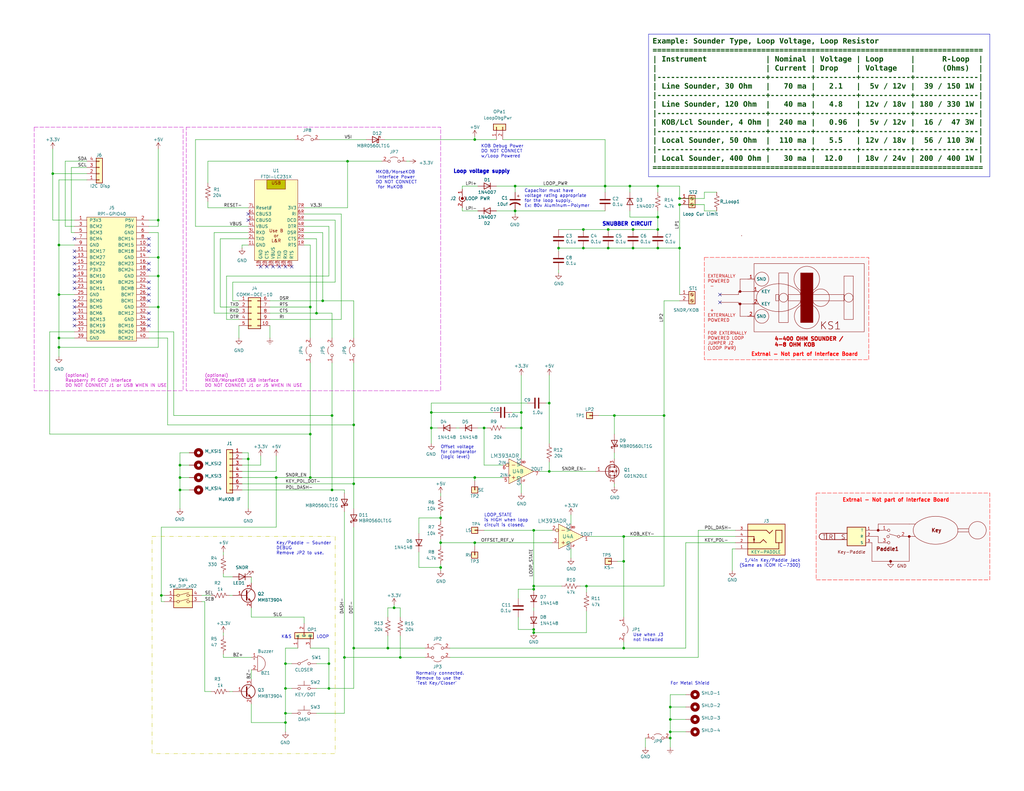
<source format=kicad_sch>
(kicad_sch (version 20230121) (generator eeschema)
  (paper "User" 419.1 323.85)
  (title_block (title "MuKOB / RPi / USB - Key/Paddle&Sounder Interface MkIII") (date "2024-04-21") (rev "2") (company "Silky-Design (AESilky)") (comment 1 "Copyright 2023-24 AESilky") (comment 3 "Ref: PiKOB Prototype Hat; Gregory Raven (2022)") (comment 4 "Ref: MorseKOB Loop Interface; Les Kerr (2007)"))
  (lib_symbols
    (symbol "AES_Library:AES-FTDI_LC231X_USB_FullUART_Module"
      (property "Reference" "U" (at 0 1.27 0))
      (property "Value" "FTDI-LC231X" (at 0 -5.08 0))
      (symbol "AES-FTDI_LC231X_USB_FullUART_Module_1_1"
        (text "USB" (at 0 -1.27 0) (effects (font (size 1.27 1.27))))
        (text "Use B\nor\nL&R" (at 0 -22.86 0) (effects (font (size 1.27 1.27))))
        (pin power_out line (at -6.35 -35.56 90) (length 2.54) (name "GND") (number "1B"))
        (pin power_out line (at -11.43 -26.67 0) (length 2.54) (name "GND") (number "1L"))
        (pin output line (at 11.43 -26.67 180) (length 2.54) (name "RTS") (number "1R"))
        (pin input line (at -3.81 -35.56 90) (length 2.54) (name "CTS") (number "2B"))
        (pin output line (at -11.43 -24.13 0) (length 2.54) (name "TXD") (number "2L"))
        (pin input line (at 11.43 -24.13 180) (length 2.54) (name "CTS") (number "2R"))
        (pin power_out line (at -1.27 -35.56 90) (length 2.54) (name "VBUS") (number "3B"))
        (pin input line (at -11.43 -21.59 0) (length 2.54) (name "RXD") (number "3L"))
        (pin input line (at 11.43 -21.59 180) (length 2.54) (name "DSR") (number "3R"))
        (pin output line (at 1.27 -35.56 90) (length 2.54) (name "TXD") (number "4B"))
        (pin power_out line (at -11.43 -19.05 0) (length 2.54) (name "VBUS") (number "4L"))
        (pin output line (at 11.43 -19.05 180) (length 2.54) (name "DTR") (number "4R"))
        (pin input line (at 3.81 -35.56 90) (length 2.54) (name "RXD") (number "5B"))
        (pin unspecified line (at -11.43 -16.51 0) (length 2.54) (name "CBUS0") (number "5L"))
        (pin input line (at 11.43 -16.51 180) (length 2.54) (name "DCD") (number "5R"))
        (pin output line (at 6.35 -35.56 90) (length 2.54) (name "RTS") (number "6B"))
        (pin unspecified line (at -11.43 -13.97 0) (length 2.54) (name "CBUS3") (number "6L"))
        (pin input line (at 11.43 -13.97 180) (length 2.54) (name "RI") (number "6R"))
        (pin input line (at -11.43 -11.43 0) (length 2.54) (name "Reset#") (number "7L"))
        (pin power_out line (at 11.43 -11.43 180) (length 2.54) (name "3V3") (number "7R"))
      )
    )
    (symbol "AES_Library:AES-LM393DR-dk_Linear-Comparators" (pin_names (offset 0))
      (property "Reference" "U" (at -3.81 6.35 0))
      (property "Value" "AES-LM393DR-dk_Linear-Comparators" (at 2.54 -5.08 0))
      (symbol "AES-LM393DR-dk_Linear-Comparators_1_1"
        (pin output line (at 7.62 0 180) (length 2.54) (name "1OUT") (number "1"))
        (pin input line (at -7.62 2.54 0) (length 1.27) (name "~") (number "2"))
        (pin input line (at -7.62 -2.54 0) (length 2.54) (name "~") (number "3"))
        (pin power_in line (at 0 -5.08 90) (length 2.54) (name "GND") (number "4"))
        (pin power_in line (at 0 5.08 270) (length 2.54) (name "VCC") (number "8"))
      )
      (symbol "AES-LM393DR-dk_Linear-Comparators_2_1"
        (pin power_in line (at 0 -5.08 90) (length 2.54) (name "GND") (number "4"))
        (pin input line (at -7.62 -2.54 0) (length 2.54) (name "2IN+") (number "5"))
        (pin input line (at -7.62 2.54 0) (length 1.27) (name "2IN-") (number "6"))
        (pin output line (at 7.62 0 180) (length 2.54) (name "2OUT") (number "7"))
        (pin power_in line (at 0 5.08 270) (length 2.54) (name "VCC") (number "8"))
      )
    )
    (symbol "AES_Library:AES-OX40HAT" (pin_names (offset 1.016))
      (property "Reference" "J" (at 8.89 2.54 0))
      (property "Value" "AES-OX40HAT" (at 0 2.54 0))
      (symbol "AES-OX40HAT_1_1"
        (pin bidirectional line (at -15.24 0 0) (length 5.08) (name "P3V3") (number "1"))
        (pin bidirectional line (at 15.24 -10.16 180) (length 5.08) (name "BCM15") (number "10"))
        (pin bidirectional line (at -15.24 -12.7 0) (length 5.08) (name "BCM17") (number "11"))
        (pin bidirectional line (at 15.24 -12.7 180) (length 5.08) (name "BCM18") (number "12"))
        (pin bidirectional line (at -15.24 -15.24 0) (length 5.08) (name "BCM27") (number "13"))
        (pin bidirectional line (at 15.24 -15.24 180) (length 5.08) (name "GND") (number "14"))
        (pin bidirectional line (at -15.24 -17.78 0) (length 5.08) (name "BCM22") (number "15"))
        (pin bidirectional line (at 15.24 -17.78 180) (length 5.08) (name "BCM23") (number "16"))
        (pin bidirectional line (at -15.24 -20.32 0) (length 5.08) (name "P3V3") (number "17"))
        (pin bidirectional line (at 15.24 -20.32 180) (length 5.08) (name "BCM24") (number "18"))
        (pin bidirectional line (at -15.24 -22.86 0) (length 5.08) (name "BCM10") (number "19"))
        (pin bidirectional line (at 15.24 0 180) (length 5.08) (name "P5V") (number "2"))
        (pin bidirectional line (at 15.24 -22.86 180) (length 5.08) (name "GND") (number "20"))
        (pin bidirectional line (at -15.24 -25.4 0) (length 5.08) (name "BCM9") (number "21"))
        (pin bidirectional line (at 15.24 -25.4 180) (length 5.08) (name "BCM25") (number "22"))
        (pin bidirectional line (at -15.24 -27.94 0) (length 5.08) (name "BCM11") (number "23"))
        (pin bidirectional line (at 15.24 -27.94 180) (length 5.08) (name "BCM8") (number "24"))
        (pin bidirectional line (at -15.24 -30.48 0) (length 5.08) (name "GND") (number "25"))
        (pin bidirectional line (at 15.24 -30.48 180) (length 5.08) (name "BCM7") (number "26"))
        (pin bidirectional line (at -15.24 -33.02 0) (length 5.08) (name "BCM0") (number "27"))
        (pin bidirectional line (at 15.24 -33.02 180) (length 5.08) (name "BCM1") (number "28"))
        (pin bidirectional line (at -15.24 -35.56 0) (length 5.08) (name "BCM5") (number "29"))
        (pin bidirectional line (at -15.24 -2.54 0) (length 5.08) (name "BCM2") (number "3"))
        (pin bidirectional line (at 15.24 -35.56 180) (length 5.08) (name "GND") (number "30"))
        (pin bidirectional line (at -15.24 -38.1 0) (length 5.08) (name "BCM6") (number "31"))
        (pin bidirectional line (at 15.24 -38.1 180) (length 5.08) (name "BCM12") (number "32"))
        (pin bidirectional line (at -15.24 -40.64 0) (length 5.08) (name "BCM13") (number "33"))
        (pin bidirectional line (at 15.24 -40.64 180) (length 5.08) (name "GND") (number "34"))
        (pin bidirectional line (at -15.24 -43.18 0) (length 5.08) (name "BCM19") (number "35"))
        (pin bidirectional line (at 15.24 -43.18 180) (length 5.08) (name "BCM16") (number "36"))
        (pin bidirectional line (at -15.24 -45.72 0) (length 5.08) (name "BCM26") (number "37"))
        (pin bidirectional line (at 15.24 -45.72 180) (length 5.08) (name "BCM20") (number "38"))
        (pin bidirectional line (at -15.24 -48.26 0) (length 5.08) (name "GND") (number "39"))
        (pin bidirectional line (at 15.24 -2.54 180) (length 5.08) (name "P5V") (number "4"))
        (pin bidirectional line (at 15.24 -48.26 180) (length 5.08) (name "BCM21") (number "40"))
        (pin bidirectional line (at -15.24 -5.08 0) (length 5.08) (name "BCM3") (number "5"))
        (pin bidirectional line (at 15.24 -5.08 180) (length 5.08) (name "GND") (number "6"))
        (pin bidirectional line (at -15.24 -7.62 0) (length 5.08) (name "BCM4") (number "7"))
        (pin bidirectional line (at 15.24 -7.62 180) (length 5.08) (name "BCM14") (number "8"))
        (pin bidirectional line (at -15.24 -10.16 0) (length 5.08) (name "GND") (number "9"))
      )
    )
    (symbol "AES_Library:AES-Option_A-B"
      (property "Reference" "OP" (at 0 0 0))
      (symbol "AES-Option_A-B_1_0"
        (pin passive line (at 5.08 -5.08 180) (length 3.81) (name "C") (number "2"))
      )
      (symbol "AES-Option_A-B_1_1"
        (pin passive line (at -5.08 -2.54 0) (length 3.81) (name "A") (number "1"))
        (pin passive line (at -5.08 -7.62 0) (length 3.81) (name "B") (number "3"))
      )
    )
    (symbol "AES_Library:CUI_SJ-63063B-14TRS-audio-jack" (pin_names (offset 1.016))
      (property "Reference" "J" (at -7.62 5.842 0))
      (property "Value" "CUI-SJ-63063B" (at -7.62 -8.382 0))
      (symbol "CUI_SJ-63063B-14TRS-audio-jack_0_0"
        (pin passive line (at 12.7 2.54 180) (length 5.08) (name "~") (number "1"))
        (pin passive line (at 12.7 0 180) (length 5.08) (name "~") (number "2"))
        (pin passive line (at 12.7 -5.08 180) (length 5.08) (name "~") (number "3"))
        (pin passive line (at 12.7 -2.54 180) (length 5.08) (name "~") (number "4"))
      )
    )
    (symbol "Audio-Plug-TRS:SP-TRS" (pin_names (offset 1.016))
      (property "Reference" "J-SP" (at 3.81 3.81 0))
      (property "Value" "SP-TRS" (at 2.54 -5.08 0))
      (symbol "SP-TRS_0_0"
        (text "R" (at 17.78 -1.27 0) (effects (font (size 1.778 1.778)) (justify right bottom)))
        (text "S" (at 12.7 -1.27 0) (effects (font (size 1.778 1.778)) (justify right bottom)))
        (text "T" (at 20.32 -1.27 0) (effects (font (size 1.778 1.778)) (justify right bottom)))
        (pin passive line (at 0 2.54 0) (length 2.54) (name "T") (number "1"))
        (pin passive line (at 0 0 0) (length 2.54) (name "R") (number "2"))
        (pin passive line (at 0 -2.54 0) (length 2.54) (name "S") (number "3"))
      )
    )
    (symbol "Connector:Conn_Coaxial_Power" (pin_names (offset 1.016) hide)
      (property "Reference" "J" (at -5.08 -1.27 90))
      (property "Value" "Conn_Coaxial_Power" (at -3.175 -1.27 90))
      (symbol "Conn_Coaxial_Power_1_1"
        (pin passive line (at 0 2.54 270) (length 2.54) (name "In") (number "1"))
        (pin passive line (at 0 -5.08 90) (length 2.54) (name "Ext") (number "2"))
      )
    )
    (symbol "Connector:Screw_Terminal_01x02" (pin_names (offset 1.016) hide)
      (property "Reference" "J" (at 0 2.54 0))
      (property "Value" "Screw_Terminal_01x02" (at 0 -5.08 0))
      (symbol "Screw_Terminal_01x02_1_1"
        (pin passive line (at -5.08 0 0) (length 3.81) (name "Pin_1") (number "1"))
        (pin passive line (at -5.08 -2.54 0) (length 3.81) (name "Pin_2") (number "2"))
      )
    )
    (symbol "Connector_Generic:Conn_01x02" (pin_names (offset 1.016) hide)
      (property "Reference" "J" (at 0 2.54 0))
      (property "Value" "Conn_01x02" (at 0 -5.08 0))
      (symbol "Conn_01x02_1_1"
        (pin passive line (at -5.08 0 0) (length 3.81) (name "Pin_1") (number "1"))
        (pin passive line (at -5.08 -2.54 0) (length 3.81) (name "Pin_2") (number "2"))
      )
    )
    (symbol "Connector_Generic:Conn_01x04" (pin_names (offset 1.016) hide)
      (property "Reference" "J" (at 0 5.08 0))
      (property "Value" "Conn_01x04" (at 0 -7.62 0))
      (symbol "Conn_01x04_1_1"
        (pin passive line (at -5.08 2.54 0) (length 3.81) (name "Pin_1") (number "1"))
        (pin passive line (at -5.08 0 0) (length 3.81) (name "Pin_2") (number "2"))
        (pin passive line (at -5.08 -2.54 0) (length 3.81) (name "Pin_3") (number "3"))
        (pin passive line (at -5.08 -5.08 0) (length 3.81) (name "Pin_4") (number "4"))
      )
    )
    (symbol "Connector_Generic:Conn_01x07" (pin_names (offset 1.016) hide)
      (property "Reference" "J" (at 0 10.16 0))
      (property "Value" "Conn_01x07" (at 0 -10.16 0))
      (symbol "Conn_01x07_1_1"
        (pin passive line (at -5.08 7.62 0) (length 3.81) (name "Pin_1") (number "1"))
        (pin passive line (at -5.08 5.08 0) (length 3.81) (name "Pin_2") (number "2"))
        (pin passive line (at -5.08 2.54 0) (length 3.81) (name "Pin_3") (number "3"))
        (pin passive line (at -5.08 0 0) (length 3.81) (name "Pin_4") (number "4"))
        (pin passive line (at -5.08 -2.54 0) (length 3.81) (name "Pin_5") (number "5"))
        (pin passive line (at -5.08 -5.08 0) (length 3.81) (name "Pin_6") (number "6"))
        (pin passive line (at -5.08 -7.62 0) (length 3.81) (name "Pin_7") (number "7"))
      )
    )
    (symbol "Connector_Generic:Conn_02x05_Top_Bottom" (pin_names (offset 1.016) hide)
      (property "Reference" "J" (at 1.27 7.62 0))
      (property "Value" "Conn_02x05_Top_Bottom" (at 1.27 -7.62 0))
      (symbol "Conn_02x05_Top_Bottom_1_1"
        (pin passive line (at -5.08 5.08 0) (length 3.81) (name "Pin_1") (number "1"))
        (pin passive line (at 7.62 -5.08 180) (length 3.81) (name "Pin_10") (number "10"))
        (pin passive line (at -5.08 2.54 0) (length 3.81) (name "Pin_2") (number "2"))
        (pin passive line (at -5.08 0 0) (length 3.81) (name "Pin_3") (number "3"))
        (pin passive line (at -5.08 -2.54 0) (length 3.81) (name "Pin_4") (number "4"))
        (pin passive line (at -5.08 -5.08 0) (length 3.81) (name "Pin_5") (number "5"))
        (pin passive line (at 7.62 5.08 180) (length 3.81) (name "Pin_6") (number "6"))
        (pin passive line (at 7.62 2.54 180) (length 3.81) (name "Pin_7") (number "7"))
        (pin passive line (at 7.62 0 180) (length 3.81) (name "Pin_8") (number "8"))
        (pin passive line (at 7.62 -2.54 180) (length 3.81) (name "Pin_9") (number "9"))
      )
    )
    (symbol "Device:Buzzer" (pin_names (offset 0.0254) hide)
      (property "Reference" "BZ" (at 3.81 1.27 0))
      (property "Value" "Buzzer" (at 3.81 -1.27 0))
      (symbol "Buzzer_1_1"
        (pin passive line (at -2.54 2.54 0) (length 2.54) (name "-") (number "1"))
        (pin passive line (at -2.54 -2.54 0) (length 2.54) (name "+") (number "2"))
      )
    )
    (symbol "Device:C" (pin_numbers hide) (pin_names (offset 0.254))
      (property "Reference" "C" (at 0.635 2.54 0))
      (property "Value" "C" (at 0.635 -2.54 0))
      (symbol "C_1_1"
        (pin passive line (at 0 3.81 270) (length 2.794) (name "~") (number "1"))
        (pin passive line (at 0 -3.81 90) (length 2.794) (name "~") (number "2"))
      )
    )
    (symbol "Device:C_Polarized_US" (pin_numbers hide) (pin_names (offset 0.254) hide)
      (property "Reference" "C" (at 0.635 2.54 0))
      (property "Value" "C_Polarized_US" (at 0.635 -2.54 0))
      (symbol "C_Polarized_US_1_1"
        (pin passive line (at 0 3.81 270) (length 2.794) (name "~") (number "1"))
        (pin passive line (at 0 -3.81 90) (length 3.302) (name "~") (number "2"))
      )
    )
    (symbol "Device:LED" (pin_numbers hide) (pin_names (offset 1.016) hide)
      (property "Reference" "D" (at 0 2.54 0))
      (property "Value" "LED" (at 0 -2.54 0))
      (symbol "LED_1_1"
        (pin passive line (at -3.81 0 0) (length 2.54) (name "K") (number "1"))
        (pin passive line (at 3.81 0 180) (length 2.54) (name "A") (number "2"))
      )
    )
    (symbol "Device:R_US" (pin_numbers hide) (pin_names (offset 0))
      (property "Reference" "R" (at 2.54 0 90))
      (property "Value" "R_US" (at -2.54 0 90))
      (symbol "R_US_1_1"
        (pin passive line (at 0 3.81 270) (length 1.27) (name "~") (number "1"))
        (pin passive line (at 0 -3.81 90) (length 1.27) (name "~") (number "2"))
      )
    )
    (symbol "Diode:1N4004" (pin_numbers hide) (pin_names hide)
      (property "Reference" "D" (at 0 2.54 0))
      (property "Value" "1N4004" (at 0 -2.54 0))
      (symbol "1N4004_1_1"
        (pin passive line (at -3.81 0 0) (length 2.54) (name "K") (number "1"))
        (pin passive line (at 3.81 0 180) (length 2.54) (name "A") (number "2"))
      )
    )
    (symbol "Diode:MBR0560" (pin_numbers hide) (pin_names (offset 1.016) hide)
      (property "Reference" "D" (at 0 2.54 0))
      (property "Value" "MBR0560" (at 0 -2.54 0))
      (symbol "MBR0560_1_1"
        (pin passive line (at -3.81 0 0) (length 2.54) (name "K") (number "1"))
        (pin passive line (at 3.81 0 180) (length 2.54) (name "A") (number "2"))
      )
    )
    (symbol "Jumper:Jumper_2_Open" (pin_names (offset 0) hide)
      (property "Reference" "JP" (at 0 2.794 0))
      (property "Value" "Jumper_2_Open" (at 0 -2.286 0))
      (symbol "Jumper_2_Open_1_1"
        (pin passive line (at -5.08 0 0) (length 2.54) (name "A") (number "1"))
        (pin passive line (at 5.08 0 180) (length 2.54) (name "B") (number "2"))
      )
    )
    (symbol "Key-Telegraph_1" (pin_numbers hide) (pin_names (offset 1.016) hide)
      (property "Reference" "U" (at -2.159 -3.683 0))
      (property "Value" "Key-Telegraph" (at -0.635 0.127 0))
      (symbol "Key-Telegraph_1_1_1"
        (pin input line (at -11.43 2.54 0) (length 2.54) (name "KEY") (number "1"))
        (pin input line (at -11.43 -2.54 0) (length 2.54) (name "KEY") (number "2"))
      )
    )
    (symbol "Mechanical:MountingHole_Pad" (pin_numbers hide) (pin_names (offset 1.016) hide)
      (property "Reference" "H" (at 0 6.35 0))
      (property "Value" "MountingHole_Pad" (at 0 4.445 0))
      (symbol "MountingHole_Pad_1_1"
        (pin input line (at 0 -2.54 90) (length 2.54) (name "1") (number "1"))
      )
    )
    (symbol "Switch:SW_DIP_x02" (pin_names (offset 0) hide)
      (property "Reference" "SW" (at 0 6.35 0))
      (property "Value" "SW_DIP_x02" (at 0 -3.81 0))
      (symbol "SW_DIP_x02_1_1"
        (pin passive line (at -7.62 2.54 0) (length 5.08) (name "~") (number "1"))
        (pin passive line (at -7.62 0 0) (length 5.08) (name "~") (number "2"))
        (pin passive line (at 7.62 0 180) (length 5.08) (name "~") (number "3"))
        (pin passive line (at 7.62 2.54 180) (length 5.08) (name "~") (number "4"))
      )
    )
    (symbol "Switch:SW_Push" (pin_numbers hide) (pin_names (offset 1.016) hide)
      (property "Reference" "SW" (at 1.27 2.54 0))
      (property "Value" "SW_Push" (at 0 -1.524 0))
      (symbol "SW_Push_0_1"
        (pin passive line (at -5.08 0 0) (length 2.54) (name "1") (number "1"))
        (pin passive line (at 5.08 0 180) (length 2.54) (name "2") (number "2"))
      )
    )
    (symbol "Switch:SW_SPDT_MSM" (pin_names (offset 0) hide)
      (property "Reference" "SW" (at 0 5.08 0))
      (property "Value" "SW_SPDT_MSM" (at 0 -5.08 0))
      (symbol "SW_SPDT_MSM_1_1"
        (pin passive line (at 5.08 2.54 180) (length 2.54) (name "1") (number "1"))
        (pin passive line (at -5.08 0 0) (length 2.54) (name "2") (number "2"))
        (pin passive line (at 5.08 -2.54 180) (length 2.54) (name "3") (number "3"))
      )
    )
    (symbol "Switch:SW_SPST" (pin_numbers hide) (pin_names (offset 0) hide)
      (property "Reference" "SW" (at 0 3.175 0))
      (property "Value" "SW_SPST" (at 0 -2.54 0))
      (symbol "SW_SPST_1_1"
        (pin passive line (at -5.08 0 0) (length 2.54) (name "A") (number "1"))
        (pin passive line (at 5.08 0 180) (length 2.54) (name "B") (number "2"))
      )
    )
    (symbol "Test_point_Jump:TP_01" (pin_numbers hide) (pin_names (offset 0) hide)
      (property "Reference" "TP" (at 0 2.54 0))
      (property "Value" "Test_Point_01" (at 0 -2.54 0))
      (symbol "TP_01_1_1"
        (pin passive line (at -3.81 0 0) (length 3.81) (name "Pin_1") (number "1"))
      )
    )
    (symbol "Transistor_BJT:MMBT3904" (pin_names (offset 0) hide)
      (property "Reference" "Q" (at 5.08 1.905 0))
      (property "Value" "MMBT3904" (at 5.08 0 0))
      (symbol "MMBT3904_1_1"
        (pin input line (at -5.08 0 0) (length 5.715) (name "B") (number "1"))
        (pin passive line (at 2.54 -5.08 90) (length 2.54) (name "E") (number "2"))
        (pin passive line (at 2.54 5.08 270) (length 2.54) (name "C") (number "3"))
      )
    )
    (symbol "Transistor_FET:2N7002" (pin_names hide)
      (property "Reference" "Q" (at 5.08 1.905 0))
      (property "Value" "2N7002" (at 5.08 0 0))
      (symbol "2N7002_1_1"
        (pin input line (at -5.08 0 0) (length 2.54) (name "G") (number "1"))
        (pin passive line (at 2.54 -5.08 90) (length 2.54) (name "S") (number "2"))
        (pin passive line (at 2.54 5.08 270) (length 2.54) (name "D") (number "3"))
      )
    )
    (symbol "power:+3.3V" (power) (pin_names (offset 0))
      (property "Value" "+3.3V" (at 0 3.556 0))
      (symbol "+3.3V_1_1"
        (pin power_in line (at 0 0 90) (length 0) hide (name "+3.3V") (number "1"))
      )
    )
    (symbol "power:+5V" (power) (pin_names (offset 0))
      (property "Value" "+5V" (at 0 3.556 0))
      (symbol "+5V_1_1"
        (pin power_in line (at 0 0 90) (length 0) hide (name "+5V") (number "1"))
      )
    )
    (symbol "power:Earth" (power) (pin_names (offset 0))
      (symbol "Earth_1_1"
        (pin power_in line (at 0 0 270) (length 0) hide (name "Earth") (number "1"))
      )
    )
    (symbol "power:GND" (power) (pin_names (offset 0))
      (property "Value" "GND" (at 0 -3.81 0))
      (symbol "GND_1_1"
        (pin power_in line (at 0 0 270) (length 0) hide (name "GND") (number "1"))
      )
    )
    (symbol "rpikobhat-rescue:Key-Telegraph" (pin_names (offset 1.016))
      (property "Reference" "U" (at -2.159 -3.683 0))
      (property "Value" "Key-Telegraph" (at -0.635 0.127 0))
      (symbol "Key-Telegraph_1_1"
        (pin input line (at -11.43 2.54 0) (length 2.54) (name "KEY") (number "1"))
        (pin input line (at -11.43 -2.54 0) (length 2.54) (name "KEY") (number "2"))
      )
    )
    (symbol "rpikobhat-rescue:Sounder-Telegraph" (pin_names (offset 1.016))
      (property "Reference" "U" (at 7.62 10.16 0))
      (property "Value" "Sounder-Telegraph" (at 13.97 -11.43 0))
      (symbol "Sounder-Telegraph_1_1"
        (pin input line (at -24.13 7.62 0) (length 2.54) (name "SND") (number "1"))
        (pin input line (at -24.13 -7.62 0) (length 2.54) (name "SND") (number "2"))
      )
    )
  )
  (junction (at 127 195.58))
  (junction (at 113.03 195.58))
  (junction (at 278.13 83.82))
  (junction (at 224.79 165.1))
  (junction (at 259.08 93.98))
  (junction (at 64.77 125.73))
  (junction (at 163.83 269.24))
  (junction (at 257.81 76.2))
  (junction (at 269.24 88.9))
  (junction (at 255.27 229.87))
  (junction (at 134.62 271.78))
  (junction (at 64.77 113.03))
  (junction (at 24.13 138.43))
  (junction (at 302.895 124.46) (color 132 0 0 1))
  (junction (at 259.08 101.6))
  (junction (at 251.46 170.18))
  (junction (at 271.78 170.18))
  (junction (at 218.44 257.81))
  (junction (at 73.66 200.66))
  (junction (at 134.62 281.94))
  (junction (at 161.29 248.92))
  (junction (at 359.41 217.17) (color 132 0 0 1))
  (junction (at 218.44 259.08))
  (junction (at 180.34 222.25))
  (junction (at 269.24 93.98))
  (junction (at 129.54 128.27))
  (junction (at 269.24 101.6))
  (junction (at 278.13 81.28))
  (junction (at 135.89 200.66))
  (junction (at 238.76 101.6))
  (junction (at 144.78 265.43))
  (junction (at 142.24 66.04))
  (junction (at 194.31 222.25))
  (junction (at 274.32 289.56))
  (junction (at 21.59 71.12))
  (junction (at 224.79 193.04))
  (junction (at 240.03 240.03))
  (junction (at 210.82 76.2))
  (junction (at 24.13 100.33))
  (junction (at 278.13 101.6))
  (junction (at 116.84 292.1))
  (junction (at 127 177.8))
  (junction (at 218.44 217.17))
  (junction (at 73.66 190.5))
  (junction (at 364.49 229.87) (color 132 0 0 1))
  (junction (at 116.84 295.91))
  (junction (at 218.44 241.3))
  (junction (at 274.32 294.64))
  (junction (at 180.34 212.09))
  (junction (at 210.82 86.36))
  (junction (at 302.895 119.38) (color 132 0 0 1))
  (junction (at 101.6 187.96))
  (junction (at 194.31 57.15))
  (junction (at 248.92 93.98))
  (junction (at 255.27 219.71))
  (junction (at 116.84 271.78))
  (junction (at 64.77 90.17))
  (junction (at 213.36 175.26))
  (junction (at 144.78 173.99))
  (junction (at 228.6 101.6))
  (junction (at 140.97 269.24))
  (junction (at 176.53 168.91))
  (junction (at 372.11 219.71) (color 132 0 0 1))
  (junction (at 180.34 232.41))
  (junction (at 66.04 243.84))
  (junction (at 194.31 195.58))
  (junction (at 274.32 299.72))
  (junction (at 218.44 240.03))
  (junction (at 135.89 170.18))
  (junction (at 198.12 175.26))
  (junction (at 158.75 265.43))
  (junction (at 24.13 120.65))
  (junction (at 64.77 105.41))
  (junction (at 144.78 198.12))
  (junction (at 116.84 281.94))
  (junction (at 269.24 76.2))
  (junction (at 127 125.73))
  (junction (at 238.76 93.98))
  (junction (at 248.92 101.6))
  (junction (at 132.08 123.19))
  (junction (at 24.13 142.24))
  (junction (at 255.27 265.43))
  (junction (at 73.66 195.58))
  (junction (at 176.53 175.26))
  (junction (at 247.65 76.2))
  (junction (at 213.36 168.91))
  (junction (at 274.32 302.26))
  (no_connect (at 114.3 109.22))
  (no_connect (at 60.96 120.65))
  (no_connect (at 60.96 115.57))
  (no_connect (at 101.6 87.63))
  (no_connect (at 101.6 90.17))
  (no_connect (at 294.64 123.825))
  (no_connect (at 60.96 118.11))
  (no_connect (at 109.22 109.22))
  (no_connect (at 30.48 102.87))
  (no_connect (at 30.48 130.81))
  (no_connect (at 60.96 128.27))
  (no_connect (at 30.48 97.79))
  (no_connect (at 30.48 107.95))
  (no_connect (at 60.96 102.87))
  (no_connect (at 60.96 123.19))
  (no_connect (at 111.76 109.22))
  (no_connect (at 60.96 130.81))
  (no_connect (at 30.48 113.03))
  (no_connect (at 60.96 133.35))
  (no_connect (at 30.48 125.73))
  (no_connect (at 60.96 97.79))
  (no_connect (at 30.48 123.19))
  (no_connect (at 60.96 107.95))
  (no_connect (at 30.48 110.49))
  (no_connect (at 116.84 109.22))
  (no_connect (at 30.48 128.27))
  (no_connect (at 60.96 100.33))
  (no_connect (at 106.68 109.22))
  (no_connect (at 119.38 109.22))
  (no_connect (at 30.48 115.57))
  (no_connect (at 30.48 133.35))
  (no_connect (at 30.48 118.11))
  (no_connect (at 294.64 120.65))
  (no_connect (at 30.48 105.41))
  (no_connect (at 60.96 110.49))
  (wire (pts (xy 212.09 252.73) (xy 212.09 257.81)))
  (wire (pts (xy 248.92 93.98) (xy 259.08 93.98)))
  (wire (pts (xy 60.96 113.03) (xy 64.77 113.03)))
  (wire (pts (xy 102.87 295.91) (xy 116.84 295.91)))
  (wire (pts (xy 24.13 138.43) (xy 30.48 138.43)))
  (wire (pts (xy 274.32 289.56) (xy 280.67 289.56)))
  (wire (pts (xy 180.34 220.98) (xy 180.34 222.25)))
  (wire (pts (xy 210.82 86.36) (xy 247.65 86.36)))
  (wire (pts (xy 101.6 97.79) (xy 90.17 97.79)))
  (wire (pts (xy 238.76 101.6) (xy 248.92 101.6)))
  (wire (pts (xy 210.82 76.2) (xy 210.82 78.74)))
  (wire (pts (xy 180.34 222.25) (xy 194.31 222.25)))
  (wire (pts (xy 269.24 76.2) (xy 269.24 78.74)))
  (wire (pts (xy 359.41 222.25) (xy 359.41 219.71)) (stroke (width 0) (color 132 0 0 1)))
  (wire (pts (xy 278.13 76.2) (xy 269.24 76.2)))
  (wire (pts (xy 293.37 78.74) (xy 288.29 78.74)))
  (wire (pts (xy 271.78 123.19) (xy 278.13 123.19)))
  (wire (pts (xy 113.03 193.04) (xy 99.06 193.04)))
  (wire (pts (xy 97.79 128.27) (xy 87.63 128.27)))
  (wire (pts (xy 189.23 76.2) (xy 195.58 76.2)))
  (wire (pts (xy 68.58 173.99) (xy 144.78 173.99)))
  (wire (pts (xy 92.71 130.81) (xy 97.79 130.81)))
  (wire (pts (xy 264.16 302.26) (xy 264.16 306.07)))
  (wire (pts (xy 210.82 76.2) (xy 247.65 76.2)))
  (wire (pts (xy 285.75 217.17) (xy 285.75 269.24)))
  (wire (pts (xy 139.7 87.63) (xy 124.46 87.63)))
  (wire (pts (xy 71.12 135.89) (xy 71.12 170.18)))
  (wire (pts (xy 116.84 292.1) (xy 116.84 295.91)))
  (wire (pts (xy 176.53 165.1) (xy 176.53 168.91)))
  (wire (pts (xy 307.975 124.46) (xy 302.895 124.46)) (stroke (width 0) (color 132 0 0 1)))
  (wire (pts (xy 60.96 138.43) (xy 68.58 138.43)))
  (wire (pts (xy 299.72 224.79) (xy 299.72 233.68)))
  (wire (pts (xy 73.66 185.42) (xy 73.66 190.5)))
  (wire (pts (xy 248.92 101.6) (xy 259.08 101.6)))
  (wire (pts (xy 99.06 187.96) (xy 101.6 187.96)))
  (wire (pts (xy 255.27 219.71) (xy 255.27 229.87)))
  (wire (pts (xy 257.81 86.36) (xy 257.81 88.9)))
  (wire (pts (xy 24.13 73.66) (xy 24.13 100.33)))
  (wire (pts (xy 215.9 165.1) (xy 176.53 165.1)))
  (wire (pts (xy 171.45 226.06) (xy 171.45 232.41)))
  (wire (pts (xy 91.44 234.95) (xy 91.44 236.22)))
  (wire (pts (xy 233.68 210.82) (xy 233.68 214.63)))
  (wire (pts (xy 99.06 100.33) (xy 101.6 100.33)))
  (wire (pts (xy 66.04 246.38) (xy 66.04 243.84)))
  (wire (pts (xy 180.34 232.41) (xy 180.34 233.68)))
  (wire (pts (xy 67.31 246.38) (xy 66.04 246.38)))
  (wire (pts (xy 21.59 90.17) (xy 30.48 90.17)))
  (wire (pts (xy 251.46 170.18) (xy 251.46 177.8)))
  (wire (pts (xy 116.84 292.1) (xy 116.84 281.94)))
  (wire (pts (xy 116.84 271.78) (xy 116.84 281.94)))
  (wire (pts (xy 24.13 138.43) (xy 24.13 142.24)))
  (wire (pts (xy 66.04 243.84) (xy 67.31 243.84)))
  (wire (pts (xy 73.66 200.66) (xy 73.66 208.28)))
  (wire (pts (xy 213.36 198.12) (xy 213.36 201.93)))
  (wire (pts (xy 97.79 133.35) (xy 97.79 138.43)))
  (wire (pts (xy 124.46 92.71) (xy 134.62 92.71)))
  (wire (pts (xy 144.78 138.43) (xy 144.78 123.19)))
  (wire (pts (xy 176.53 175.26) (xy 179.07 175.26)))
  (wire (pts (xy 73.66 200.66) (xy 77.47 200.66)))
  (wire (pts (xy 228.6 93.98) (xy 238.76 93.98)))
  (wire (pts (xy 66.04 243.84) (xy 66.04 215.9)))
  (wire (pts (xy 171.45 218.44) (xy 171.45 212.09)))
  (wire (pts (xy 106.68 186.69) (xy 106.68 190.5)))
  (wire (pts (xy 372.11 214.63) (xy 359.41 214.63)) (stroke (width 0) (color 132 0 0 1)))
  (wire (pts (xy 364.49 229.87) (xy 372.11 229.87)) (stroke (width 0) (color 132 0 0 1)))
  (wire (pts (xy 274.32 289.56) (xy 274.32 294.64)))
  (wire (pts (xy 212.09 257.81) (xy 218.44 257.81)))
  (wire (pts (xy 60.96 125.73) (xy 64.77 125.73)))
  (wire (pts (xy 224.79 193.04) (xy 243.84 193.04)))
  (wire (pts (xy 26.67 66.04) (xy 35.56 66.04)))
  (wire (pts (xy 24.13 142.24) (xy 24.13 146.05)))
  (wire (pts (xy 293.37 86.36) (xy 288.29 86.36)))
  (wire (pts (xy 93.98 283.21) (xy 95.25 283.21)))
  (wire (pts (xy 251.46 198.12) (xy 251.46 199.39)))
  (wire (pts (xy 194.31 222.25) (xy 194.31 223.52)))
  (wire (pts (xy 252.73 229.87) (xy 255.27 229.87)))
  (wire (pts (xy 166.37 66.04) (xy 167.64 66.04)))
  (wire (pts (xy 144.78 148.59) (xy 144.78 173.99)))
  (wire (pts (xy 102.87 269.24) (xy 91.44 269.24)))
  (wire (pts (xy 113.03 186.69) (xy 113.03 193.04)))
  (wire (pts (xy 134.62 113.03) (xy 134.62 92.71)))
  (wire (pts (xy 116.84 292.1) (xy 119.38 292.1)))
  (wire (pts (xy 240.03 240.03) (xy 240.03 242.57)))
  (wire (pts (xy 251.46 170.18) (xy 271.78 170.18)))
  (wire (pts (xy 135.89 138.43) (xy 135.89 128.27)))
  (wire (pts (xy 93.98 243.84) (xy 95.25 243.84)))
  (wire (pts (xy 24.13 120.65) (xy 24.13 138.43)))
  (wire (pts (xy 95.25 236.22) (xy 91.44 236.22)))
  (wire (pts (xy 247.65 76.2) (xy 257.81 76.2)))
  (wire (pts (xy 124.46 85.09) (xy 142.24 85.09)))
  (wire (pts (xy 129.54 281.94) (xy 134.62 281.94)))
  (wire (pts (xy 220.98 193.04) (xy 224.79 193.04)))
  (wire (pts (xy 130.81 57.15) (xy 149.86 57.15)))
  (wire (pts (xy 224.79 165.1) (xy 224.79 181.61)))
  (wire (pts (xy 257.81 76.2) (xy 269.24 76.2)))
  (wire (pts (xy 278.13 81.28) (xy 288.29 81.28)))
  (wire (pts (xy 302.26 124.46) (xy 302.26 123.825)) (stroke (width 0) (color 132 0 0 1)))
  (wire (pts (xy 85.09 85.09) (xy 101.6 85.09)))
  (wire (pts (xy 180.34 210.82) (xy 180.34 212.09)))
  (wire (pts (xy 218.44 240.03) (xy 229.87 240.03)))
  (wire (pts (xy 269.24 88.9) (xy 269.24 93.98)))
  (wire (pts (xy 224.79 153.67) (xy 224.79 165.1)))
  (wire (pts (xy 300.99 224.79) (xy 299.72 224.79)))
  (wire (pts (xy 184.15 265.43) (xy 255.27 265.43)))
  (wire (pts (xy 30.48 95.25) (xy 29.21 95.25)))
  (wire (pts (xy 83.82 283.21) (xy 86.36 283.21)))
  (wire (pts (xy 307.975 119.38) (xy 302.895 119.38)) (stroke (width 0) (color 132 0 0 1)))
  (wire (pts (xy 99.06 198.12) (xy 144.78 198.12)))
  (wire (pts (xy 364.49 229.87) (xy 356.87 229.87)) (stroke (width 0) (color 132 0 0 1)))
  (wire (pts (xy 218.44 257.81) (xy 218.44 259.08)))
  (wire (pts (xy 359.41 214.63) (xy 359.41 217.17)) (stroke (width 0) (color 132 0 0 1)))
  (wire (pts (xy 171.45 232.41) (xy 180.34 232.41)))
  (wire (pts (xy 223.52 165.1) (xy 224.79 165.1)))
  (wire (pts (xy 91.44 226.06) (xy 91.44 227.33)))
  (wire (pts (xy 121.92 265.43) (xy 116.84 265.43)))
  (wire (pts (xy 218.44 217.17) (xy 226.06 217.17)))
  (wire (pts (xy 280.67 265.43) (xy 255.27 265.43)))
  (wire (pts (xy 144.78 215.9) (xy 144.78 265.43)))
  (wire (pts (xy 102.87 288.29) (xy 102.87 295.91)))
  (wire (pts (xy 99.06 190.5) (xy 106.68 190.5)))
  (wire (pts (xy 82.55 243.84) (xy 86.36 243.84)))
  (wire (pts (xy 127 195.58) (xy 194.31 195.58)))
  (wire (pts (xy 356.87 217.17) (xy 359.41 217.17)) (stroke (width 0) (color 132 0 0 1)))
  (wire (pts (xy 163.83 260.35) (xy 163.83 269.24)))
  (wire (pts (xy 20.32 177.8) (xy 127 177.8)))
  (wire (pts (xy 251.46 185.42) (xy 251.46 187.96)))
  (wire (pts (xy 184.15 269.24) (xy 285.75 269.24)))
  (wire (pts (xy 271.78 123.19) (xy 271.78 170.18)))
  (wire (pts (xy 127 100.33) (xy 124.46 100.33)))
  (wire (pts (xy 274.32 284.48) (xy 274.32 289.56)))
  (wire (pts (xy 144.78 281.94) (xy 134.62 281.94)))
  (wire (pts (xy 238.76 93.98) (xy 248.92 93.98)))
  (wire (pts (xy 82.55 246.38) (xy 83.82 246.38)))
  (wire (pts (xy 302.26 124.46) (xy 302.895 124.46)) (stroke (width 0) (color 132 0 0 1)))
  (wire (pts (xy 274.32 302.26) (xy 274.32 306.07)))
  (wire (pts (xy 77.47 185.42) (xy 73.66 185.42)))
  (wire (pts (xy 110.49 125.73) (xy 127 125.73)))
  (wire (pts (xy 218.44 217.17) (xy 218.44 240.03)))
  (wire (pts (xy 95.25 115.57) (xy 137.16 115.57)))
  (wire (pts (xy 209.55 168.91) (xy 213.36 168.91)))
  (wire (pts (xy 20.32 135.89) (xy 20.32 177.8)))
  (wire (pts (xy 102.87 248.92) (xy 102.87 252.73)))
  (wire (pts (xy 198.12 190.5) (xy 205.74 190.5)))
  (wire (pts (xy 180.34 212.09) (xy 180.34 213.36)))
  (wire (pts (xy 71.12 170.18) (xy 135.89 170.18)))
  (wire (pts (xy 73.66 195.58) (xy 77.47 195.58)))
  (wire (pts (xy 29.21 68.58) (xy 35.56 68.58)))
  (wire (pts (xy 129.54 271.78) (xy 134.62 271.78)))
  (wire (pts (xy 64.77 113.03) (xy 64.77 125.73)))
  (wire (pts (xy 73.66 190.5) (xy 77.47 190.5)))
  (wire (pts (xy 102.87 236.22) (xy 102.87 238.76)))
  (wire (pts (xy 140.97 269.24) (xy 163.83 269.24)))
  (wire (pts (xy 24.13 142.24) (xy 64.77 142.24)))
  (wire (pts (xy 30.48 92.71) (xy 26.67 92.71)))
  (wire (pts (xy 203.2 76.2) (xy 210.82 76.2)))
  (wire (pts (xy 163.83 252.73) (xy 163.83 248.92)))
  (wire (pts (xy 135.89 148.59) (xy 135.89 170.18)))
  (wire (pts (xy 73.66 190.5) (xy 73.66 195.58)))
  (wire (pts (xy 90.17 97.79) (xy 90.17 125.73)))
  (wire (pts (xy 64.77 95.25) (xy 64.77 105.41)))
  (wire (pts (xy 274.32 299.72) (xy 280.67 299.72)))
  (wire (pts (xy 110.49 128.27) (xy 129.54 128.27)))
  (wire (pts (xy 259.08 101.6) (xy 269.24 101.6)))
  (wire (pts (xy 99.06 100.33) (xy 99.06 101.6)))
  (wire (pts (xy 142.24 66.04) (xy 156.21 66.04)))
  (wire (pts (xy 269.24 101.6) (xy 278.13 101.6)))
  (wire (pts (xy 218.44 241.3) (xy 218.44 240.03)))
  (wire (pts (xy 161.29 248.92) (xy 158.75 248.92)))
  (wire (pts (xy 194.31 57.15) (xy 194.31 55.88)))
  (wire (pts (xy 269.24 86.36) (xy 269.24 88.9)))
  (wire (pts (xy 210.82 86.36) (xy 210.82 87.63)))
  (wire (pts (xy 195.58 175.26) (xy 198.12 175.26)))
  (wire (pts (xy 144.78 265.43) (xy 158.75 265.43)))
  (wire (pts (xy 245.11 170.18) (xy 251.46 170.18)))
  (wire (pts (xy 142.24 85.09) (xy 142.24 66.04)))
  (wire (pts (xy 255.27 229.87) (xy 255.27 252.73)))
  (wire (pts (xy 274.32 294.64) (xy 280.67 294.64)))
  (wire (pts (xy 119.38 271.78) (xy 116.84 271.78)))
  (wire (pts (xy 213.36 175.26) (xy 213.36 187.96)))
  (wire (pts (xy 189.23 86.36) (xy 195.58 86.36)))
  (wire (pts (xy 110.49 133.35) (xy 110.49 138.43)))
  (wire (pts (xy 144.78 198.12) (xy 144.78 208.28)))
  (wire (pts (xy 194.31 195.58) (xy 205.74 195.58)))
  (wire (pts (xy 302.26 119.38) (xy 302.895 119.38)) (stroke (width 0) (color 132 0 0 1)))
  (wire (pts (xy 24.13 100.33) (xy 24.13 120.65)))
  (wire (pts (xy 80.01 57.15) (xy 120.65 57.15)))
  (wire (pts (xy 101.6 187.96) (xy 101.6 208.28)))
  (wire (pts (xy 127 125.73) (xy 127 138.43)))
  (wire (pts (xy 119.38 281.94) (xy 116.84 281.94)))
  (wire (pts (xy 288.29 78.74) (xy 288.29 81.28)))
  (wire (pts (xy 85.09 85.09) (xy 85.09 82.55)))
  (wire (pts (xy 218.44 248.92) (xy 218.44 250.19)))
  (wire (pts (xy 271.78 170.18) (xy 271.78 240.03)))
  (wire (pts (xy 180.34 222.25) (xy 180.34 223.52)))
  (wire (pts (xy 359.41 222.25) (xy 360.68 222.25)) (stroke (width 0) (color 132 0 0 1)))
  (wire (pts (xy 372.11 229.87) (xy 372.11 219.71)) (stroke (width 0) (color 132 0 0 1)))
  (wire (pts (xy 240.03 240.03) (xy 237.49 240.03)))
  (wire (pts (xy 21.59 90.17) (xy 21.59 71.12)))
  (wire (pts (xy 137.16 115.57) (xy 137.16 90.17)))
  (wire (pts (xy 85.09 74.93) (xy 85.09 66.04)))
  (wire (pts (xy 228.6 101.6) (xy 238.76 101.6)))
  (wire (pts (xy 124.46 255.27) (xy 124.46 252.73)))
  (wire (pts (xy 140.97 209.55) (xy 140.97 269.24)))
  (wire (pts (xy 257.81 88.9) (xy 269.24 88.9)))
  (wire (pts (xy 85.09 66.04) (xy 142.24 66.04)))
  (wire (pts (xy 278.13 101.6) (xy 278.13 120.65)))
  (wire (pts (xy 280.67 222.25) (xy 300.99 222.25)))
  (wire (pts (xy 213.36 168.91) (xy 213.36 175.26)))
  (wire (pts (xy 64.77 105.41) (xy 64.77 113.03)))
  (wire (pts (xy 127 100.33) (xy 127 125.73)))
  (wire (pts (xy 60.96 95.25) (xy 64.77 95.25)))
  (wire (pts (xy 116.84 295.91) (xy 116.84 299.72)))
  (wire (pts (xy 302.895 114.3) (xy 306.07 114.3)) (stroke (width 0) (color 132 0 0 1)))
  (wire (pts (xy 113.03 215.9) (xy 113.03 195.58)))
  (wire (pts (xy 73.66 195.58) (xy 73.66 200.66)))
  (wire (pts (xy 102.87 274.32) (xy 102.87 278.13)))
  (wire (pts (xy 127 265.43) (xy 134.62 265.43)))
  (wire (pts (xy 180.34 201.93) (xy 180.34 203.2)))
  (wire (pts (xy 134.62 271.78) (xy 134.62 281.94)))
  (wire (pts (xy 370.84 219.71) (xy 372.11 219.71)) (stroke (width 0) (color 132 0 0 1)))
  (wire (pts (xy 240.03 250.19) (xy 240.03 259.08)))
  (wire (pts (xy 134.62 265.43) (xy 134.62 271.78)))
  (wire (pts (xy 201.93 168.91) (xy 176.53 168.91)))
  (wire (pts (xy 24.13 120.65) (xy 30.48 120.65)))
  (wire (pts (xy 64.77 92.71) (xy 64.77 90.17)))
  (wire (pts (xy 92.71 113.03) (xy 134.62 113.03)))
  (wire (pts (xy 64.77 125.73) (xy 64.77 142.24)))
  (wire (pts (xy 302.895 129.54) (xy 306.07 129.54)) (stroke (width 0) (color 132 0 0 1)))
  (wire (pts (xy 241.3 219.71) (xy 255.27 219.71)))
  (wire (pts (xy 60.96 135.89) (xy 71.12 135.89)))
  (wire (pts (xy 189.23 86.36) (xy 189.23 85.09)))
  (wire (pts (xy 87.63 95.25) (xy 101.6 95.25)))
  (wire (pts (xy 359.41 217.17) (xy 360.68 217.17)) (stroke (width 0) (color 132 0 0 1)))
  (wire (pts (xy 163.83 248.92) (xy 161.29 248.92)))
  (wire (pts (xy 135.89 170.18) (xy 135.89 200.66)))
  (wire (pts (xy 110.49 123.19) (xy 132.08 123.19)))
  (wire (pts (xy 129.54 128.27) (xy 129.54 97.79)))
  (wire (pts (xy 274.32 294.64) (xy 274.32 299.72)))
  (wire (pts (xy 95.25 123.19) (xy 95.25 115.57)))
  (wire (pts (xy 124.46 252.73) (xy 102.87 252.73)))
  (wire (pts (xy 144.78 173.99) (xy 144.78 198.12)))
  (wire (pts (xy 271.78 240.03) (xy 240.03 240.03)))
  (wire (pts (xy 80.01 92.71) (xy 80.01 57.15)))
  (wire (pts (xy 278.13 81.28) (xy 278.13 76.2)))
  (wire (pts (xy 26.67 92.71) (xy 26.67 66.04)))
  (wire (pts (xy 300.99 217.17) (xy 285.75 217.17)))
  (wire (pts (xy 228.6 101.6) (xy 228.6 102.87)))
  (wire (pts (xy 176.53 181.61) (xy 176.53 175.26)))
  (wire (pts (xy 274.32 299.72) (xy 274.32 302.26)))
  (wire (pts (xy 64.77 90.17) (xy 60.96 90.17)))
  (wire (pts (xy 205.74 57.15) (xy 247.65 57.15)))
  (wire (pts (xy 92.71 130.81) (xy 92.71 113.03)))
  (wire (pts (xy 278.13 83.82) (xy 278.13 101.6)))
  (wire (pts (xy 228.6 110.49) (xy 228.6 111.76)))
  (wire (pts (xy 129.54 292.1) (xy 140.97 292.1)))
  (wire (pts (xy 180.34 232.41) (xy 180.34 231.14)))
  (wire (pts (xy 60.96 92.71) (xy 64.77 92.71)))
  (wire (pts (xy 176.53 168.91) (xy 176.53 175.26)))
  (wire (pts (xy 135.89 200.66) (xy 140.97 200.66)))
  (wire (pts (xy 280.67 284.48) (xy 274.32 284.48)))
  (wire (pts (xy 30.48 135.89) (xy 20.32 135.89)))
  (wire (pts (xy 21.59 71.12) (xy 35.56 71.12)))
  (wire (pts (xy 288.29 86.36) (xy 288.29 83.82)))
  (wire (pts (xy 87.63 128.27) (xy 87.63 95.25)))
  (wire (pts (xy 97.79 125.73) (xy 90.17 125.73)))
  (wire (pts (xy 213.36 153.67) (xy 213.36 168.91)))
  (wire (pts (xy 212.09 241.3) (xy 212.09 245.11)))
  (wire (pts (xy 207.01 175.26) (xy 213.36 175.26)))
  (wire (pts (xy 124.46 95.25) (xy 132.08 95.25)))
  (wire (pts (xy 113.03 195.58) (xy 127 195.58)))
  (wire (pts (xy 91.44 259.08) (xy 91.44 260.35)))
  (wire (pts (xy 257.81 76.2) (xy 257.81 78.74)))
  (wire (pts (xy 171.45 212.09) (xy 180.34 212.09)))
  (wire (pts (xy 294.64 120.65) (xy 302.26 120.65)) (stroke (width 0) (color 132 0 0 1)))
  (wire (pts (xy 99.06 200.66) (xy 135.89 200.66)))
  (wire (pts (xy 247.65 76.2) (xy 247.65 78.74)))
  (wire (pts (xy 302.895 124.46) (xy 302.895 129.54)) (stroke (width 0) (color 132 0 0 1)))
  (wire (pts (xy 66.04 215.9) (xy 113.03 215.9)))
  (wire (pts (xy 80.01 92.71) (xy 101.6 92.71)))
  (wire (pts (xy 157.48 57.15) (xy 194.31 57.15)))
  (wire (pts (xy 83.82 246.38) (xy 83.82 283.21)))
  (wire (pts (xy 259.08 93.98) (xy 269.24 93.98)))
  (wire (pts (xy 60.96 105.41) (xy 64.77 105.41)))
  (wire (pts (xy 132.08 123.19) (xy 132.08 95.25)))
  (wire (pts (xy 127 148.59) (xy 127 177.8)))
  (wire (pts (xy 139.7 130.81) (xy 139.7 87.63)))
  (wire (pts (xy 198.12 217.17) (xy 218.44 217.17)))
  (wire (pts (xy 224.79 189.23) (xy 224.79 193.04)))
  (wire (pts (xy 29.21 95.25) (xy 29.21 68.58)))
  (wire (pts (xy 161.29 247.65) (xy 161.29 248.92)))
  (wire (pts (xy 140.97 200.66) (xy 140.97 201.93)))
  (wire (pts (xy 233.68 224.79) (xy 233.68 228.6)))
  (wire (pts (xy 35.56 73.66) (xy 24.13 73.66)))
  (wire (pts (xy 356.87 219.71) (xy 359.41 219.71)) (stroke (width 0) (color 132 0 0 1)))
  (wire (pts (xy 247.65 57.15) (xy 247.65 76.2)))
  (wire (pts (xy 163.83 269.24) (xy 173.99 269.24)))
  (wire (pts (xy 198.12 175.26) (xy 198.12 190.5)))
  (wire (pts (xy 99.06 185.42) (xy 101.6 185.42)))
  (wire (pts (xy 99.06 195.58) (xy 113.03 195.58)))
  (wire (pts (xy 140.97 269.24) (xy 140.97 292.1)))
  (wire (pts (xy 187.96 175.26) (xy 186.69 175.26)))
  (wire (pts (xy 144.78 265.43) (xy 144.78 281.94)))
  (wire (pts (xy 255.27 219.71) (xy 300.99 219.71)))
  (wire (pts (xy 240.03 259.08) (xy 218.44 259.08)))
  (wire (pts (xy 194.31 222.25) (xy 226.06 222.25)))
  (wire (pts (xy 198.12 175.26) (xy 199.39 175.26)))
  (wire (pts (xy 280.67 222.25) (xy 280.67 265.43)))
  (wire (pts (xy 101.6 185.42) (xy 101.6 187.96)))
  (wire (pts (xy 158.75 260.35) (xy 158.75 265.43)))
  (wire (pts (xy 97.79 123.19) (xy 95.25 123.19)))
  (wire (pts (xy 194.31 57.15) (xy 203.2 57.15)))
  (wire (pts (xy 137.16 90.17) (xy 124.46 90.17)))
  (wire (pts (xy 127 177.8) (xy 127 195.58)))
  (wire (pts (xy 189.23 77.47) (xy 189.23 76.2)))
  (wire (pts (xy 194.31 195.58) (xy 194.31 196.85)))
  (wire (pts (xy 158.75 265.43) (xy 173.99 265.43)))
  (wire (pts (xy 91.44 269.24) (xy 91.44 267.97)))
  (wire (pts (xy 24.13 100.33) (xy 30.48 100.33)))
  (wire (pts (xy 356.87 222.25) (xy 356.87 229.87)) (stroke (width 0) (color 132 0 0 1)))
  (wire (pts (xy 203.2 86.36) (xy 210.82 86.36)))
  (wire (pts (xy 255.27 262.89) (xy 255.27 265.43)))
  (wire (pts (xy 132.08 123.19) (xy 144.78 123.19)))
  (wire (pts (xy 129.54 97.79) (xy 124.46 97.79)))
  (wire (pts (xy 21.59 60.96) (xy 21.59 71.12)))
  (wire (pts (xy 302.26 119.38) (xy 302.26 120.65)) (stroke (width 0) (color 132 0 0 1)))
  (wire (pts (xy 158.75 248.92) (xy 158.75 252.73)))
  (wire (pts (xy 218.44 241.3) (xy 212.09 241.3)))
  (wire (pts (xy 110.49 130.81) (xy 139.7 130.81)))
  (wire (pts (xy 64.77 60.96) (xy 64.77 90.17)))
  (wire (pts (xy 278.13 83.82) (xy 288.29 83.82)))
  (wire (pts (xy 68.58 138.43) (xy 68.58 173.99)))
  (wire (pts (xy 116.84 265.43) (xy 116.84 271.78)))
  (wire (pts (xy 135.89 128.27) (xy 129.54 128.27)))
  (wire (pts (xy 302.895 114.3) (xy 302.895 119.38)) (stroke (width 0) (color 132 0 0 1)))
  (wire (pts (xy 294.64 123.825) (xy 302.26 123.825)) (stroke (width 0) (color 132 0 0 1)))
  (rectangle (start 62.23 219.71) (end 137.16 308.61) (stroke (width 0) (type dash_dot_dot) (color 194 194 0 1)))
  (rectangle (start 334.01 201.93) (end 405.13 237.49) (stroke (width 0) (type dash) (color 255 0 0 1)) (fill (type color) (color 194 194 194 0.1)))
  (rectangle (start 13.97 52.07) (end 74.93 160.02) (stroke (width 0) (type dash) (color 194 0 194 1)))
  (rectangle (start 288.29 105.41) (end 355.6 147.32) (stroke (width 0) (type dash) (color 255 0 0 1)) (fill (type color) (color 194 194 194 0.1)))
  (rectangle (start 76.2 52.07) (end 180.34 160.02) (stroke (width 0) (type dash) (color 194 0 194 1)))
  (text_box "Example: Sounder Type, Loop Voltage, Loop Resistor\n=========================================================================\n| Instrument             | Nominal | Voltage | Loop      |      R-Loop  |\n|                        | Current | Drop    | Voltage   |      (Ohms)  |\n|------------------------+---------+---------+-----------+--------------|\n| Line Sounder, 30 Ohm   |   70 ma |   2.1   |  5v / 12v |  39 / 150 1W |\n|------------------------+---------+---------+-----------+--------------|\n| Line Sounder, 120 Ohm  |   40 ma |   4.8   | 12v / 18v | 180 / 330 1W |\n|------------------------+---------+---------+-----------+--------------|\n| KOB/Lcl Sounder, 4 Ohm |  240 ma |   0.96  |  5v / 12v |  16 /  47 3W |\n|------------------------+---------+---------+-----------+--------------|\n| Local Sounder, 50 Ohm  |  110 ma |   5.5   | 12v / 18v |  56 / 110 3W |\n|------------------------+---------+---------+-----------+--------------|\n| Local Sounder, 400 Ohm |   30 ma |  12.0   | 18v / 24v | 200 / 400 1W |\n=========================================================================" (at 265.43 13.97 0) (size 139.7 58.42) (effects (font (size 2.2 2.2) (thickness 0.3) bold) (justify left top)))
  (text "K&S" (at 119.38 261.62 0) (effects (font (size 1.27 1.27)) (justify right bottom)))
  (text "EXTERNALLY\nPOWERED \n -" (at 289.56 118.11 0) (effects (font (size 1.27 1.27)) (justify left bottom)))
  (text "1/4in Key/Paddle Jack\n(Same as ICOM IC-7300)" (at 327.66 232.41 0) (effects (font (size 1.27 1.27)) (justify right bottom)))
  (text "Offset voltage\nfor comparator\n(logic level)" (at 180.34 187.96 0) (effects (font (size 1.27 1.27)) (justify left bottom)))
  (text "Loop voltage supply" (at 185.42 71.12 0) (effects (font (size 1.5 1.5) (thickness 0.4) bold) (justify left bottom)))
  (text "FOR EXTERNALLY\nPOWERED LOOP\nJUMPER J2\n(LOOP PWR)" (at 289.56 143.51 0) (effects (font (size 1.27 1.27)) (justify left bottom)))
  (text "Use when J3\nnot installed" (at 259.08 262.89 0) (effects (font (size 1.27 1.27)) (justify left bottom)))
  (text "Key/Paddle - Sounder\nDEBUG\nRemove JP2 to use." (at 113.03 227.33 0) (effects (font (size 1.27 1.27)) (justify left bottom)))
  (text "Normally connected.\nRemove to use the\n'Test Key/Closer'" (at 170.18 280.67 0) (effects (font (size 1.27 1.27)) (justify left bottom)))
  (text "Capacitor must have\nvoltage rating appropriate\nfor the loop supply.\nEx: 80v Aluminum-Polymer" (at 214.63 85.09 0) (effects (font (size 1.27 1.27)) (justify left bottom)))
  (text "4-400 OHM SOUNDER /\n4-8 OHM KOB" (at 316.865 142.24 0) (effects (font (size 1.5 1.5) (thickness 0.5994) bold) (justify left bottom)))
  (text "For Metal Shield" (at 274.32 280.67 0) (effects (font (size 1.27 1.27)) (justify left bottom)))
  (text "(optional)\nMKOB/MorseKOB USB Interface\nDO NOT CONNECT J1 or J5 WHEN IN USE" (at 83.82 158.75 0) (effects (font (size 1.27 1.27)) (justify left bottom)))
  (text " +\nEXTERNALLY\nPOWERED" (at 289.56 132.08 0) (effects (font (size 1.27 1.27)) (justify left bottom)))
  (text "LOOP_STATE\nis HIGH when loop\ncircuit is closed." (at 198.12 215.9 0) (effects (font (size 1.27 1.27)) (justify left bottom)))
  (text "MKOB/MorseKOB\n Interface Power\nDO NOT CONNECT\n for MuKOB\n" (at 153.67 77.47 0) (effects (font (size 1.27 1.27)) (justify left bottom)))
  (text "SNUBBER CIRCUIT" (at 246.38 92.71 0) (effects (font (size 1.5 1.5) (thickness 0.508) bold) (justify left bottom)))
  (text "(optional)\nRaspberry Pi GPIO Interface\nDO NOT CONNECT J1 or USB WHEN IN USE" (at 26.67 158.75 0) (effects (font (size 1.27 1.27)) (justify left bottom)))
  (text "Extrnal - Not part of Interface Board" (at 307.34 146.05 0) (effects (font (size 1.5 1.5) (thickness 0.3) bold) (justify left bottom)))
  (text "KOB Debug Power\nDO NOT CONNECT\nw/Loop Powered" (at 196.85 64.77 0) (effects (font (size 1.27 1.27)) (justify left bottom)))
  (text "Extrnal - Not part of Interface Board" (at 388.62 205.74 0) (effects (font (size 1.5 1.5) (thickness 0.3) bold) (justify right bottom)))
  (text "LOOP" (at 129.54 261.62 0) (effects (font (size 1.27 1.27)) (justify left bottom)))
  (label "SNDR_EN" (at 116.84 195.58 0))
  (label "KOB_KEY-" (at 257.81 219.71 0))
  (label "RESET-" (at 99.06 85.09 180))
  (label "CTS" (at 114.3 128.27 0))
  (label "LP1" (at 278.13 90.17 270))
  (label "OFFSET_REF_V" (at 196.85 222.25 0))
  (label "BZ+" (at 95.25 269.24 0))
  (label "SEB" (at 83.82 246.38 0))
  (label "DSR" (at 114.3 123.19 0))
  (label "TXD" (at 97.79 125.73 180))
  (label "RTS" (at 114.3 125.73 0))
  (label "KEY_PDL-" (at 288.29 222.25 0))
  (label "SEL" (at 83.82 243.84 0))
  (label "V5I" (at 140.97 57.15 0))
  (label "VBUS" (at 99.06 92.71 180))
  (label "LPI-" (at 190.5 86.36 0))
  (label "PDL_DASH-" (at 288.29 217.17 0))
  (label "SNDR_EN-" (at 229.87 193.04 0))
  (label "KEY_PDL_DOT-" (at 116.84 198.12 0))
  (label "LOOP_PWR" (at 222.25 76.2 0))
  (label "SCL" (at 35.56 68.58 180))
  (label "LP2" (at 271.78 128.27 270))
  (label "RXD" (at 97.79 128.27 180))
  (label "SLG" (at 111.76 252.73 0))
  (label "RI" (at 114.3 130.81 0))
  (label "DASH-" (at 140.97 251.46 90))
  (label "BZ-" (at 102.87 278.13 90))
  (label "DTR" (at 97.79 130.81 180))
  (label "V3.3I" (at 127 85.09 0))
  (label "PDL_DASH-" (at 116.84 200.66 0))
  (label "LOOP_STATE" (at 218.44 236.22 90))
  (label "SDA" (at 35.56 66.04 180))
  (label "LPI+" (at 190.5 76.2 0))
  (label "DOT-" (at 144.78 251.46 90))
  (symbol (lib_id "AES_Library:AES-LM393DR-dk_Linear-Comparators") (at 233.68 219.71 0) (unit 1)
    (property "Reference" "U4" (at 232.41 219.71 0) (effects (font (size 1.524 1.524))))
    (property "Value" "LM393ADR" (at 226.06 213.36 0) (effects (font (size 1.524 1.524))))
    (property "Footprint" "Package_SO:SOIC-8_3.9x4.9mm_P1.27mm" (effects hide))
    (property "Datasheet" "http://www.ti.com/general/docs/suppproductinfo.tsp?distId=10&gotoUrl=http%3A%2F%2Fwww.ti.com%2Flit%2Fgpn%2Flm193" (effects hide))
    (property "Digi-Key_PN" "296-1015-1-ND" (effects hide))
    (property "MPN" "LM393DR" (effects hide))
    (property "Category" "Integrated Circuits (ICs)" (effects hide))
    (property "Family" "Linear - Comparators" (effects hide))
    (property "DK_Datasheet_Link" "http://www.ti.com/general/docs/suppproductinfo.tsp?distId=10&gotoUrl=http%3A%2F%2Fwww.ti.com%2Flit%2Fgpn%2Flm193" (effects hide))
    (property "DK_Detail_Page" "/product-detail/en/texas-instruments/LM393DR/296-1015-1-ND/404839" (effects hide))
    (property "Description" "IC DUAL DIFF COMP 8-SOIC" (effects hide))
    (property "Manufacturer" "Texas Instruments" (effects hide))
    (property "Status" "Active" (effects hide))
  )
  (symbol (lib_id "AES_Library:AES-LM393DR-dk_Linear-Comparators") (at 213.36 193.04 0) (unit 2)
    (property "Reference" "U4" (at 209.55 193.04 0) (effects (font (size 1.524 1.524)) (justify left)))
    (property "Value" "LM393ADR" (at 200.66 186.69 0) (effects (font (size 1.524 1.524)) (justify left)))
    (property "Footprint" "Package_SO:SOIC-8_3.9x4.9mm_P1.27mm" (effects hide))
    (property "Datasheet" "http://www.ti.com/general/docs/suppproductinfo.tsp?distId=10&gotoUrl=http%3A%2F%2Fwww.ti.com%2Flit%2Fgpn%2Flm193" (effects hide))
    (property "Digi-Key_PN" "296-1015-1-ND" (effects hide))
    (property "MPN" "LM393DR" (effects hide))
    (property "Category" "Integrated Circuits (ICs)" (effects hide))
    (property "Family" "Linear - Comparators" (effects hide))
    (property "DK_Datasheet_Link" "http://www.ti.com/general/docs/suppproductinfo.tsp?distId=10&gotoUrl=http%3A%2F%2Fwww.ti.com%2Flit%2Fgpn%2Flm193" (effects hide))
    (property "DK_Detail_Page" "/product-detail/en/texas-instruments/LM393DR/296-1015-1-ND/404839" (effects hide))
    (property "Description" "IC DUAL DIFF COMP 8-SOIC" (effects hide))
    (property "Manufacturer" "Texas Instruments" (effects hide))
    (property "Status" "Active" (effects hide))
  )
  (symbol (lib_id "power:GND") (at 251.46 199.39 0) (unit 1)
    (property "Reference" "#PWR017" (effects hide))
    (property "Value" "GND" (at 251.587 203.7842 0))
  )
  (symbol (lib_id "power:GND") (at 233.68 228.6 0) (unit 1)
    (property "Reference" "#PWR022" (effects hide))
    (property "Value" "GND" (at 233.807 232.9942 0))
  )
  (symbol (lib_id "power:GND") (at 213.36 201.93 0) (unit 1)
    (property "Reference" "#PWR016" (effects hide))
    (property "Value" "GND" (at 213.487 206.3242 0))
  )
  (symbol (lib_id "Diode:MBR0560") (at 251.46 181.61 90) (unit 1)
    (property "Reference" "D9" (at 253.492 180.4416 90) (effects (justify right)))
    (property "Value" "MBR0560LT1G" (at 253.492 182.753 90) (effects (justify right)))
    (property "Footprint" "Diode_SMD:D_SOD-123" (effects hide))
    (property "Datasheet" "http://www.mccsemi.com/up_pdf/MBR0520~MBR0580(SOD123).pdf" (effects hide))
  )
  (symbol (lib_id "power:GND") (at 176.53 181.61 0) (mirror y) (unit 1)
    (property "Reference" "#PWR024" (effects hide))
    (property "Value" "GND" (at 176.403 186.0042 0))
  )
  (symbol (lib_id "Device:R_US") (at 203.2 175.26 270) (mirror x) (unit 1)
    (property "Reference" "R9" (at 200.66 172.72 90) (effects (justify left)))
    (property "Value" "20k" (at 201.93 179.07 90) (effects (justify left)))
    (property "Footprint" "Resistor_SMD:R_0805_2012Metric_Pad1.20x1.40mm_HandSolder" (effects hide))
  )
  (symbol (lib_id "Device:R_US") (at 224.79 185.42 180) (unit 1)
    (property "Reference" "R12" (at 228.4102 184.2887 0))
    (property "Value" "20k" (at 228.6 186.69 0))
    (property "Footprint" "Resistor_SMD:R_0805_2012Metric_Pad1.20x1.40mm_HandSolder" (effects hide))
  )
  (symbol (lib_id "rpikobhat-rescue:Sounder-Telegraph") (at 330.2 121.92 0) (unit 1) (in_bom no) (on_board no)
    (property "Reference" "U2" (effects hide))
    (property "Value" "Sounder" (effects hide))
  )
  (symbol (lib_id "Device:C") (at 247.65 82.55 0) (unit 1)
    (property "Reference" "C2" (at 250.571 81.3816 0) (effects (justify left)))
    (property "Value" "0.1u" (at 250.571 83.693 0) (effects (justify left)))
    (property "Footprint" "Capacitor_SMD:C_0603_1608Metric_Pad1.08x0.95mm_HandSolder" (effects hide))
  )
  (symbol (lib_id "Connector:Conn_Coaxial_Power") (at 189.23 80.01 0) (mirror y) (unit 1)
    (property "Reference" "J2" (at 186.69 81.28 0) (effects (justify left)))
    (property "Value" "LOOP PWR" (at 190.5 81.28 0) (effects (justify right)))
    (property "Footprint" "AES_Library:AES-CUI_PJ-037B" (effects hide))
  )
  (symbol (lib_id "Device:R_US") (at 233.68 240.03 270) (unit 1)
    (property "Reference" "R10" (at 233.68 237.49 90))
    (property "Value" "47k" (at 233.68 242.57 90))
    (property "Footprint" "Resistor_SMD:R_0805_2012Metric_Pad1.20x1.40mm_HandSolder" (effects hide))
  )
  (symbol (lib_id "AES_Library:AES-Option_A-B") (at 119.38 260.35 90) (unit 1)
    (property "Reference" "OP1" (at 125.73 257.81 90) (effects (justify right)))
    (property "Value" "KS-LOOP" (effects hide))
    (property "Footprint" "Connector_PinHeader_2.54mm:PinHeader_1x03_P2.54mm_Vertical" (effects hide))
  )
  (symbol (lib_id "power:GND") (at 228.6 111.76 0) (unit 1)
    (property "Reference" "#PWR07" (effects hide))
    (property "Value" "GND" (at 228.727 116.1542 0))
  )
  (symbol (lib_id "Device:R_US") (at 269.24 82.55 0) (unit 1)
    (property "Reference" "R14" (at 271.78 81.915 0) (effects (justify left)))
    (property "Value" "4.7k" (at 271.78 84.455 0) (effects (justify left)))
    (property "Footprint" "Resistor_SMD:R_0805_2012Metric_Pad1.20x1.40mm_HandSolder" (effects hide))
  )
  (symbol (lib_id "Switch:SW_Push") (at 124.46 281.94 0) (unit 1)
    (property "Reference" "SW2" (at 127 279.4 0) (effects (justify left)))
    (property "Value" "KEY/DOT" (at 120.65 284.48 0) (effects (justify left)))
    (property "Footprint" "AES_Library:AES-SW_PUSH_SMD_1P1T_NO_6x6mm" (effects hide))
  )
  (symbol (lib_id "Device:R_US") (at 293.37 82.55 0) (unit 1) (in_bom no) (on_board no)
    (property "Reference" "R_Loop1" (at 294.64 82.55 0) (effects (justify left)))
    (property "Sim.Enable" "0" (effects hide))
  )
  (symbol (lib_id "Device:C") (at 228.6 106.68 0) (unit 1)
    (property "Reference" "C8" (at 231.521 105.5116 0) (effects (justify left)))
    (property "Value" "0.1u" (at 231.521 107.823 0) (effects (justify left)))
    (property "Footprint" "Capacitor_SMD:C_0603_1608Metric_Pad1.08x0.95mm_HandSolder" (effects hide))
  )
  (symbol (lib_id "Device:C") (at 269.24 97.79 0) (unit 1)
    (property "Reference" "C7" (at 272.161 96.6216 0) (effects (justify left)))
    (property "Value" "0.1u" (at 272.161 98.933 0) (effects (justify left)))
    (property "Footprint" "Capacitor_SMD:C_0603_1608Metric_Pad1.08x0.95mm_HandSolder" (effects hide))
  )
  (symbol (lib_id "Diode:1N4004") (at 182.88 175.26 0) (unit 1)
    (property "Reference" "D4" (at 182.88 172.72 0) (effects (justify right)))
    (property "Value" "1N4148" (at 186.69 179.07 0) (effects (justify right)))
    (property "Footprint" "Diode_SMD:D_SOD-123" (effects hide))
    (property "Datasheet" "http://www.vishay.com/docs/88503/1n4001.pdf" (effects hide))
  )
  (symbol (lib_id "Device:C") (at 259.08 97.79 0) (unit 1)
    (property "Reference" "C6" (at 262.001 96.6216 0) (effects (justify left)))
    (property "Value" "0.1u" (at 262.001 98.933 0) (effects (justify left)))
    (property "Footprint" "Capacitor_SMD:C_0603_1608Metric_Pad1.08x0.95mm_HandSolder" (effects hide))
  )
  (symbol (lib_id "Switch:SW_SPST") (at 124.46 271.78 0) (unit 1)
    (property "Reference" "SW1" (at 129.54 269.24 0))
    (property "Value" "CLOSER" (at 120.65 274.32 0) (effects (justify left)))
    (property "Footprint" "AES_Library:AES-SW-TGL-Micro-DPST-CIT" (effects hide))
  )
  (symbol (lib_id "Mechanical:MountingHole_Pad") (at 283.21 289.56 270) (unit 1) (in_bom no)
    (property "Reference" "SHLD-2" (at 287.02 288.925 90) (effects (justify left)))
    (property "Value" "MountingHole_Pad" (effects hide))
    (property "Footprint" "MountingHole:MountingHole_4.3mm_M4_ISO14580_Pad_TopBottom" (effects hide))
  )
  (symbol (lib_id "Device:R_US") (at 163.83 256.54 180) (unit 1)
    (property "Reference" "R15" (at 167.4502 255.4087 0))
    (property "Value" "20k" (at 167.64 257.81 0))
    (property "Footprint" "Resistor_SMD:R_0805_2012Metric_Pad1.20x1.40mm_HandSolder" (effects hide))
  )
  (symbol (lib_id "power:GND") (at 116.84 299.72 0) (mirror y) (unit 1)
    (property "Reference" "#PWR027" (effects hide))
    (property "Value" "GND" (at 116.713 304.1142 0))
  )
  (symbol (lib_id "power:GND") (at 24.13 146.05 0) (unit 1)
    (property "Reference" "#PWR031" (effects hide))
    (property "Value" "GND" (at 24.13 151.13 0))
  )
  (symbol (lib_id "power:+3.3V") (at 106.68 186.69 0) (unit 1)
    (property "Reference" "#PWR013" (effects hide))
    (property "Value" "+3.3V" (at 106.68 182.88 0))
  )
  (symbol (lib_id "Device:LED") (at 99.06 236.22 180) (unit 1)
    (property "Reference" "LED1" (at 97.79 238.76 0))
    (property "Value" "SNDR" (at 99.06 232.41 0))
    (property "Footprint" "AES_Library:AES-LED_SMD_SIDEVIEW_Harvatek" (effects hide))
  )
  (symbol (lib_id "Diode:MBR0560") (at 140.97 205.74 90) (unit 1)
    (property "Reference" "D10" (at 138.43 204.47 90) (effects (justify left)))
    (property "Value" "MBR0560LT1G" (at 138.43 207.01 90) (effects (justify left)))
    (property "Footprint" "Diode_SMD:D_SOD-123" (effects hide))
    (property "Datasheet" "http://www.mccsemi.com/up_pdf/MBR0520~MBR0580(SOD123).pdf" (effects hide))
  )
  (symbol (lib_id "power:GND") (at 99.06 101.6 0) (unit 1)
    (property "Reference" "#PWR05" (effects hide))
    (property "Value" "GND" (at 99.06 106.68 0))
  )
  (symbol (lib_id "power:+3.3V") (at 161.29 247.65 0) (unit 1)
    (property "Reference" "#PWR032" (effects hide))
    (property "Value" "+3.3V" (at 161.29 243.84 0))
  )
  (symbol (lib_id "Device:C") (at 212.09 248.92 0) (mirror y) (unit 1)
    (property "Reference" "C11" (at 209.169 247.7516 0) (effects (justify left)))
    (property "Value" "0.1u" (at 209.169 250.063 0) (effects (justify left)))
    (property "Footprint" "Capacitor_SMD:C_0603_1608Metric_Pad1.08x0.95mm_HandSolder" (effects hide))
  )
  (symbol (lib_id "power:GND") (at 97.79 138.43 0) (unit 1)
    (property "Reference" "#PWR01" (effects hide))
    (property "Value" "GND" (at 97.79 143.51 0))
  )
  (symbol (lib_id "Switch:SW_Push") (at 124.46 292.1 0) (unit 1)
    (property "Reference" "SW3" (at 127 289.56 0) (effects (justify left)))
    (property "Value" "DASH" (at 121.92 294.64 0) (effects (justify left)))
    (property "Footprint" "AES_Library:AES-SW_PUSH_SMD_1P1T_NO_6x6mm" (effects hide))
  )
  (symbol (lib_id "power:+5V") (at 224.79 153.67 0) (unit 1)
    (property "Reference" "#PWR012" (effects hide))
    (property "Value" "+5V" (at 224.79 149.86 0))
  )
  (symbol (lib_id "Diode:MBR0560") (at 153.67 57.15 0) (mirror y) (unit 1)
    (property "Reference" "D12" (at 152.4 54.61 0) (effects (justify right)))
    (property "Value" "MBR0560LT1G" (at 146.05 59.69 0) (effects (justify right)))
    (property "Footprint" "Diode_SMD:D_SOD-123" (effects hide))
    (property "Datasheet" "http://www.mccsemi.com/up_pdf/MBR0520~MBR0580(SOD123).pdf" (effects hide))
  )
  (symbol (lib_id "Mechanical:MountingHole_Pad") (at 80.01 185.42 270) (unit 1) (in_bom no)
    (property "Reference" "M_KSI1" (at 83.82 184.785 90) (effects (justify left)))
    (property "Value" "MountingHole_Pad" (effects hide))
    (property "Footprint" "MountingHole:MountingHole_3.2mm_M3_ISO7380_Pad_TopBottom" (effects hide))
  )
  (symbol (lib_id "Mechanical:MountingHole_Pad") (at 283.21 284.48 270) (unit 1) (in_bom no)
    (property "Reference" "SHLD-1" (at 287.02 283.845 90) (effects (justify left)))
    (property "Value" "MountingHole_Pad" (effects hide))
    (property "Footprint" "MountingHole:MountingHole_4.3mm_M4_ISO14580_Pad_TopBottom" (effects hide))
  )
  (symbol (lib_id "Mechanical:MountingHole_Pad") (at 80.01 195.58 270) (unit 1) (in_bom no)
    (property "Reference" "M_KSI3" (at 83.82 194.945 90) (effects (justify left)))
    (property "Value" "MountingHole_Pad" (effects hide))
    (property "Footprint" "MountingHole:MountingHole_3.2mm_M3_ISO7380_Pad_TopBottom" (effects hide))
  )
  (symbol (lib_id "power:+5V") (at 194.31 55.88 0) (mirror y) (unit 1)
    (property "Reference" "#PWR02" (effects hide))
    (property "Value" "+5V" (at 194.31 52.07 0))
  )
  (symbol (lib_id "Diode:MBR0560") (at 144.78 212.09 90) (unit 1)
    (property "Reference" "D11" (at 146.812 210.9216 90) (effects (justify right)))
    (property "Value" "MBR0560LT1G" (at 146.812 213.233 90) (effects (justify right)))
    (property "Footprint" "Diode_SMD:D_SOD-123" (effects hide))
    (property "Datasheet" "http://www.mccsemi.com/up_pdf/MBR0520~MBR0580(SOD123).pdf" (effects hide))
  )
  (symbol (lib_id "power:+5V") (at 180.34 201.93 0) (unit 1)
    (property "Reference" "#PWR026" (effects hide))
    (property "Value" "+5V" (at 180.34 198.12 0))
  )
  (symbol (lib_id "Jumper:Jumper_2_Open") (at 269.24 302.26 0) (unit 1)
    (property "Reference" "JP9" (at 269.24 303.53 0))
    (property "Value" "KeyJack-NP" (effects hide))
    (property "Footprint" "Connector_PinHeader_2.54mm:PinHeader_1x02_P2.54mm_Vertical" (effects hide))
  )
  (symbol (lib_id "power:GND") (at 218.44 259.08 0) (unit 1)
    (property "Reference" "#PWR020" (effects hide))
    (property "Value" "GND" (at 218.44 262.89 0))
  )
  (symbol (lib_id "Jumper:Jumper_2_Open") (at 161.29 66.04 0) (mirror y) (unit 1)
    (property "Reference" "JP7" (at 161.29 62.23 0))
    (property "Value" "3V3" (effects hide))
    (property "Footprint" "Connector_PinHeader_2.54mm:PinHeader_1x02_P2.54mm_Vertical" (effects hide))
  )
  (symbol (lib_id "AES_Library:AES-OX40HAT") (at 45.72 90.17 0) (unit 1)
    (property "Reference" "J5" (at 45.72 85.09 0))
    (property "Value" "RPi-GPIO40" (at 45.72 87.63 0))
    (property "Footprint" "Connector_PinSocket_2.54mm:PinSocket_2x20_P2.54mm_Vertical" (effects hide))
  )
  (symbol (lib_id "Device:C_Polarized_US") (at 210.82 82.55 0) (mirror y) (unit 1)
    (property "Reference" "C1" (at 207.899 81.0803 0) (effects (justify left)))
    (property "Value" "10uf" (at 207.899 83.6172 0) (effects (justify left)))
    (property "Footprint" "Capacitor_THT:CP_Radial_D8.0mm_P5.00mm" (effects hide))
  )
  (symbol (lib_id "Device:C") (at 238.76 97.79 0) (unit 1)
    (property "Reference" "C4" (at 241.681 96.6216 0) (effects (justify left)))
    (property "Value" "0.1u" (at 241.681 98.933 0) (effects (justify left)))
    (property "Footprint" "Capacitor_SMD:C_0603_1608Metric_Pad1.08x0.95mm_HandSolder" (effects hide))
  )
  (symbol (lib_name "Key-Telegraph_1") (lib_id "rpikobhat-rescue:Key-Telegraph") (at 383.54 217.17 0) (unit 1) (in_bom no) (on_board no)
    (property "Reference" "KEY-EXT1" (effects hide))
    (property "Value" "Key" (at 381 217.17 0) (effects (font (size 1.5 1.5) bold) (justify left)))
  )
  (symbol (lib_id "Jumper:Jumper_2_Open") (at 144.78 143.51 90) (unit 1)
    (property "Reference" "JP6" (at 140.97 143.51 0))
    (property "Value" "DOT-" (effects hide))
    (property "Footprint" "Connector_PinHeader_2.54mm:PinHeader_1x02_P2.54mm_Vertical" (effects hide))
  )
  (symbol (lib_id "power:GND") (at 364.49 229.87 0) (mirror y) (unit 1)
    (property "Reference" "#PWR029" (effects hide))
    (property "Value" "GND" (at 367.03 231.775 0) (effects (justify right)))
  )
  (symbol (lib_id "power:+5V") (at 64.77 60.96 0) (mirror y) (unit 1)
    (property "Reference" "#PWR030" (effects hide))
    (property "Value" "+5V" (at 64.77 57.15 0))
  )
  (symbol (lib_id "Connector_Generic:Conn_01x07") (at 93.98 193.04 0) (mirror y) (unit 1)
    (property "Reference" "J1" (at 93.98 181.61 0))
    (property "Value" "MuKOB IF" (at 93.98 204.47 0))
    (property "Footprint" "Connector_PinHeader_2.54mm:PinHeader_1x07_P2.54mm_Vertical" (effects hide))
  )
  (symbol (lib_id "power:GND") (at 73.66 208.28 0) (mirror y) (unit 1)
    (property "Reference" "#PWR018" (effects hide))
    (property "Value" "GND" (at 73.533 212.6742 0))
  )
  (symbol (lib_id "Diode:1N4004") (at 199.39 86.36 0) (mirror x) (unit 1)
    (property "Reference" "D2" (at 200.66 91.44 0) (effects (justify right)))
    (property "Value" "1N4007" (at 203.2 88.9 0) (effects (justify right)))
    (property "Footprint" "Diode_THT:D_DO-41_SOD81_P10.16mm_Horizontal" (effects hide))
    (property "Datasheet" "http://www.vishay.com/docs/88503/1n4001.pdf" (effects hide))
  )
  (symbol (lib_id "Test_point_Jump:TP_01") (at 241.3 170.18 0) (mirror y) (unit 1)
    (property "Reference" "TP1" (at 237.49 170.18 0))
    (property "Value" "LP2" (at 241.3 167.64 0))
    (property "Footprint" "Connector_PinHeader_2.54mm:PinHeader_1x01_P2.54mm_Vertical" (effects hide))
  )
  (symbol (lib_id "rpikobhat-rescue:Key-Telegraph") (at 319.405 121.92 0) (unit 1) (in_bom no) (on_board no)
    (property "Reference" "KS1" (at 335.28 133.35 0) (effects (font (size 2.9972 2.9972)) (justify left)))
    (property "Value" "KS1" (effects hide))
  )
  (symbol (lib_id "power:+5V") (at 113.03 186.69 0) (mirror y) (unit 1)
    (property "Reference" "#PWR014" (effects hide))
    (property "Value" "+5V" (at 113.03 182.88 0))
  )
  (symbol (lib_id "Mechanical:MountingHole_Pad") (at 283.21 294.64 270) (unit 1) (in_bom no)
    (property "Reference" "SHLD-3" (at 287.02 294.005 90) (effects (justify left)))
    (property "Value" "MountingHole_Pad" (effects hide))
    (property "Footprint" "MountingHole:MountingHole_4.3mm_M4_ISO14580_Pad_TopBottom" (effects hide))
  )
  (symbol (lib_id "Switch:SW_SPDT_MSM") (at 365.76 219.71 0) (mirror y) (unit 1) (in_bom no) (on_board no)
    (property "Reference" "Paddle1" (at 363.22 224.79 0) (effects (font (size 1.5 1.5) bold)))
    (property "Value" "PDL_EXT" (effects hide))
    (property "Sim.Enable" "0" (effects hide))
  )
  (symbol (lib_id "Connector_Generic:Conn_01x04") (at 40.64 71.12 0) (mirror x) (unit 1)
    (property "Reference" "J6" (at 39.37 63.5 0) (effects (justify left)))
    (property "Value" "I2C Disp" (at 36.83 76.2 0) (effects (justify left)))
    (property "Footprint" "Connector_PinSocket_2.54mm:PinSocket_1x04_P2.54mm_Vertical" (effects hide))
  )
  (symbol (lib_id "Audio-Plug-TRS:SP-TRS") (at 356.87 219.71 0) (mirror y) (unit 1) (in_bom no) (on_board no)
    (property "Reference" "J-SP1" (effects hide))
    (property "Value" "Key-Paddle" (at 354.33 226.06 0) (effects (justify left)))
    (property "Sim.Enable" "0" (effects hide))
  )
  (symbol (lib_id "power:Earth") (at 274.32 306.07 0) (unit 1)
    (property "Reference" "#PWR010" (effects hide))
    (property "Value" "Earth" (effects hide))
  )
  (symbol (lib_id "Transistor_BJT:MMBT3904") (at 100.33 243.84 0) (unit 1)
    (property "Reference" "Q2" (at 105.41 243.205 0) (effects (justify left)))
    (property "Value" "MMBT3904" (at 105.41 245.745 0) (effects (justify left)))
    (property "Footprint" "Package_TO_SOT_SMD:SOT-23" (effects hide))
    (property "Datasheet" "https://www.onsemi.com/pub/Collateral/2N3903-D.PDF" (effects hide))
  )
  (symbol (lib_id "Mechanical:MountingHole_Pad") (at 80.01 200.66 270) (unit 1) (in_bom no)
    (property "Reference" "M_KSI4" (at 83.82 200.025 90) (effects (justify left)))
    (property "Value" "MountingHole_Pad" (effects hide))
    (property "Footprint" "MountingHole:MountingHole_3.2mm_M3_ISO7380_Pad_TopBottom" (effects hide))
  )
  (symbol (lib_id "power:GND") (at 210.82 87.63 0) (mirror y) (unit 1)
    (property "Reference" "#PWR06" (effects hide))
    (property "Value" "GND" (at 210.693 92.0242 0))
  )
  (symbol (lib_id "Device:R_US") (at 158.75 256.54 180) (unit 1)
    (property "Reference" "R13" (at 154.94 255.27 0))
    (property "Value" "20k" (at 154.94 257.81 0))
    (property "Footprint" "Resistor_SMD:R_0805_2012Metric_Pad1.20x1.40mm_HandSolder" (effects hide))
  )
  (symbol (lib_id "Jumper:Jumper_2_Open") (at 179.07 265.43 0) (unit 1)
    (property "Reference" "JP2" (at 179.07 261.62 0))
    (property "Value" "KEY-IN" (effects hide))
    (property "Footprint" "Connector_PinHeader_2.54mm:PinHeader_1x02_P2.54mm_Vertical" (effects hide))
  )
  (symbol (lib_id "Diode:1N4004") (at 199.39 76.2 0) (mirror y) (unit 1)
    (property "Reference" "D1" (at 199.39 73.66 0))
    (property "Value" "1N4007" (at 199.39 78.74 0))
    (property "Footprint" "Diode_THT:D_DO-41_SOD81_P10.16mm_Horizontal" (effects hide))
    (property "Datasheet" "http://www.vishay.com/docs/88503/1n4001.pdf" (effects hide))
  )
  (symbol (lib_id "Switch:SW_DIP_x02") (at 74.93 246.38 0) (unit 1)
    (property "Reference" "SW4" (at 74.93 237.49 0))
    (property "Value" "SW_DIP_x02" (at 74.93 240.03 0))
    (property "Footprint" "Package_DIP:DIP-4_W7.62mm_Socket" (effects hide))
  )
  (symbol (lib_id "Diode:1N4004") (at 191.77 175.26 0) (unit 1)
    (property "Reference" "D5" (at 191.77 172.72 0) (effects (justify right)))
    (property "Value" "1N4148" (at 195.58 179.07 0) (effects (justify right)))
    (property "Footprint" "Diode_SMD:D_SOD-123" (effects hide))
    (property "Datasheet" "http://www.vishay.com/docs/88503/1n4001.pdf" (effects hide))
  )
  (symbol (lib_id "Mechanical:MountingHole_Pad") (at 80.01 190.5 270) (unit 1) (in_bom no)
    (property "Reference" "M_KSI2" (at 83.82 189.865 90) (effects (justify left)))
    (property "Value" "MountingHole_Pad" (effects hide))
    (property "Footprint" "MountingHole:MountingHole_3.2mm_M3_ISO7380_Pad_TopBottom" (effects hide))
  )
  (symbol (lib_id "power:GND") (at 101.6 208.28 0) (unit 1)
    (property "Reference" "#PWR019" (effects hide))
    (property "Value" "GND" (at 101.6 213.36 0))
  )
  (symbol (lib_id "Device:C") (at 219.71 165.1 90) (unit 1)
    (property "Reference" "C9" (at 217.17 163.83 90) (effects (justify left)))
    (property "Value" "1.0u" (at 222.25 168.91 90) (effects (justify left)))
    (property "Footprint" "Capacitor_SMD:C_0603_1608Metric_Pad1.08x0.95mm_HandSolder" (effects hide))
  )
  (symbol (lib_id "AES_Library:AES-FTDI_LC231X_USB_FullUART_Module") (at 113.03 73.66 0) (unit 1)
    (property "Reference" "U1" (at 113.03 69.85 0))
    (property "Value" "FTDI-LC231X" (at 113.03 72.39 0))
    (property "Footprint" "AES_Library:AES-FTDI_LC231X" (effects hide))
  )
  (symbol (lib_id "power:GND") (at 264.16 306.07 0) (unit 1)
    (property "Reference" "#PWR08" (effects hide))
    (property "Value" "GND" (at 264.16 309.88 0))
  )
  (symbol (lib_id "Connector:Screw_Terminal_01x02") (at 283.21 81.28 0) (unit 1)
    (property "Reference" "ST2" (at 281.94 78.74 0) (effects (justify left)))
    (property "Value" "Loop Cur Limit" (at 279.4 87.63 0) (effects (justify left)))
    (property "Footprint" "TerminalBlock_Philmore:TerminalBlock_Philmore_TB132_1x02_P5.00mm_Horizontal" (effects hide))
  )
  (symbol (lib_id "Diode:1N4004") (at 218.44 245.11 90) (unit 1)
    (property "Reference" "D7" (at 220.98 244.475 90) (effects (justify right)))
    (property "Value" "1N4148" (at 220.98 247.015 90) (effects (justify right)))
    (property "Footprint" "Diode_SMD:D_SOD-123" (effects hide))
    (property "Datasheet" "http://www.vishay.com/docs/88503/1n4001.pdf" (effects hide))
  )
  (symbol (lib_id "power:Earth") (at 110.49 138.43 0) (unit 1)
    (property "Reference" "#PWR09" (effects hide))
    (property "Value" "Earth" (effects hide))
  )
  (symbol (lib_id "Diode:1N4004") (at 218.44 254 90) (unit 1)
    (property "Reference" "D8" (at 220.98 252.73 90) (effects (justify right)))
    (property "Value" "1N4148" (at 220.98 255.27 90) (effects (justify right)))
    (property "Footprint" "Diode_SMD:D_SOD-123" (effects hide))
    (property "Datasheet" "http://www.vishay.com/docs/88503/1n4001.pdf" (effects hide))
  )
  (symbol (lib_id "Jumper:Jumper_2_Open") (at 135.89 143.51 90) (unit 1)
    (property "Reference" "JP5" (at 132.08 143.51 0))
    (property "Value" "DASH-" (effects hide))
    (property "Footprint" "Connector_PinHeader_2.54mm:PinHeader_1x02_P2.54mm_Vertical" (effects hide))
  )
  (symbol (lib_id "power:+3.3V") (at 91.44 259.08 0) (unit 1)
    (property "Reference" "#PWR011" (effects hide))
    (property "Value" "+3.3V" (at 91.44 255.27 0))
  )
  (symbol (lib_id "Test_point_Jump:TP_01") (at 194.31 200.66 90) (mirror x) (unit 1)
    (property "Reference" "TP2" (at 194.31 203.2 90))
    (property "Value" "SE" (at 195.58 200.66 90) (effects (justify right)))
    (property "Footprint" "Connector_PinHeader_2.54mm:PinHeader_1x01_P2.54mm_Vertical" (effects hide))
  )
  (symbol (lib_id "Device:R_US") (at 240.03 246.38 180) (unit 1)
    (property "Reference" "R11" (at 243.84 245.11 0))
    (property "Value" "47k" (at 243.84 247.65 0))
    (property "Footprint" "Resistor_SMD:R_0805_2012Metric_Pad1.20x1.40mm_HandSolder" (effects hide))
  )
  (symbol (lib_id "Test_point_Jump:TP_01") (at 248.92 229.87 0) (mirror y) (unit 1)
    (property "Reference" "TP5" (at 250.19 227.33 0) (effects (justify left)))
    (property "Value" "KS-" (at 251.46 232.41 0) (effects (justify left)))
    (property "Footprint" "Connector_PinHeader_2.54mm:PinHeader_1x01_P2.54mm_Vertical" (effects hide))
  )
  (symbol (lib_id "Device:C") (at 205.74 168.91 90) (unit 1)
    (property "Reference" "C10" (at 204.47 167.64 90) (effects (justify left)))
    (property "Value" "1.0u" (at 212.09 170.18 90) (effects (justify left)))
    (property "Footprint" "Capacitor_SMD:C_0603_1608Metric_Pad1.08x0.95mm_HandSolder" (effects hide))
  )
  (symbol (lib_id "Device:C") (at 228.6 97.79 0) (unit 1)
    (property "Reference" "C3" (at 231.521 96.6216 0) (effects (justify left)))
    (property "Value" "0.1u" (at 231.521 98.933 0) (effects (justify left)))
    (property "Footprint" "Capacitor_SMD:C_0603_1608Metric_Pad1.08x0.95mm_HandSolder" (effects hide))
  )
  (symbol (lib_id "Diode:1N4004") (at 171.45 222.25 270) (mirror x) (unit 1)
    (property "Reference" "D6" (at 168.91 221.615 90) (effects (justify right)))
    (property "Value" "1N4148" (at 168.91 224.155 90) (effects (justify right)))
    (property "Footprint" "Diode_SMD:D_SOD-123" (effects hide))
    (property "Datasheet" "http://www.vishay.com/docs/88503/1n4001.pdf" (effects hide))
  )
  (symbol (lib_id "Device:R_US") (at 180.34 217.17 0) (mirror x) (unit 1)
    (property "Reference" "R7" (at 176.53 215.9 0))
    (property "Value" "10k" (at 176.53 218.44 0))
    (property "Footprint" "Resistor_SMD:R_0805_2012Metric_Pad1.20x1.40mm_HandSolder" (effects hide))
  )
  (symbol (lib_id "Mechanical:MountingHole_Pad") (at 283.21 299.72 270) (unit 1) (in_bom no)
    (property "Reference" "SHLD-4" (at 287.02 299.085 90) (effects (justify left)))
    (property "Value" "MountingHole_Pad" (effects hide))
    (property "Footprint" "MountingHole:MountingHole_4.3mm_M4_ISO14580_Pad_TopBottom" (effects hide))
  )
  (symbol (lib_id "Connector_Generic:Conn_02x05_Top_Bottom") (at 102.87 128.27 0) (unit 1)
    (property "Reference" "J4" (at 104.14 118.11 0))
    (property "Value" "COMM-DCE-10" (at 104.14 120.65 0))
    (property "Footprint" "AES_Library:PinHeader_2x05_DB9-Order" (effects hide))
  )
  (symbol (lib_id "Device:Buzzer") (at 105.41 271.78 0) (unit 1)
    (property "Reference" "BZ1" (at 106.68 275.59 0) (effects (justify left)))
    (property "Value" "Buzzer" (at 105.41 266.7 0) (effects (justify left)))
    (property "Footprint" "Buzzer_Beeper:Buzzer_12x9.5RM7.6" (effects hide))
  )
  (symbol (lib_id "Diode:1N4004") (at 257.81 82.55 270) (unit 1)
    (property "Reference" "D3" (at 260.35 81.915 90) (effects (justify left)))
    (property "Value" "1N4007" (at 260.35 84.455 90) (effects (justify left)))
    (property "Footprint" "Diode_SMD:D_SOD-123" (effects hide))
    (property "Datasheet" "http://www.vishay.com/docs/88503/1n4001.pdf" (effects hide))
  )
  (symbol (lib_id "Device:R_US") (at 90.17 283.21 90) (mirror x) (unit 1)
    (property "Reference" "R3" (at 87.63 278.13 90) (effects (justify right)))
    (property "Value" "1k" (at 88.9 280.67 90) (effects (justify right)))
    (property "Footprint" "Resistor_SMD:R_0805_2012Metric_Pad1.20x1.40mm_HandSolder" (effects hide))
  )
  (symbol (lib_id "Device:R_US") (at 90.17 243.84 90) (mirror x) (unit 1)
    (property "Reference" "R2" (at 87.63 238.76 90) (effects (justify right)))
    (property "Value" "1k" (at 88.9 241.3 90) (effects (justify right)))
    (property "Footprint" "Resistor_SMD:R_0805_2012Metric_Pad1.20x1.40mm_HandSolder" (effects hide))
  )
  (symbol (lib_id "power:+3.3V") (at 233.68 210.82 0) (unit 1)
    (property "Reference" "#PWR021" (effects hide))
    (property "Value" "+3.3V" (at 233.68 207.01 0))
  )
  (symbol (lib_id "power:+3.3V") (at 21.59 60.96 0) (unit 1)
    (property "Reference" "#PWR028" (effects hide))
    (property "Value" "+3.3V" (at 21.59 57.15 0))
  )
  (symbol (lib_id "Test_point_Jump:TP_01") (at 194.31 217.17 0) (mirror y) (unit 1)
    (property "Reference" "TP4" (at 193.04 214.63 0) (effects (justify right)))
    (property "Value" "LS" (at 190.5 217.17 0) (effects (justify right)))
    (property "Footprint" "Connector_PinHeader_2.54mm:PinHeader_1x01_P2.54mm_Vertical" (effects hide))
  )
  (symbol (lib_id "Connector:Screw_Terminal_01x02") (at 283.21 120.65 0) (unit 1)
    (property "Reference" "ST1" (at 281.94 118.11 0) (effects (justify left)))
    (property "Value" "SNDR/KOB" (at 275.59 127 0) (effects (justify left)))
    (property "Footprint" "TerminalBlock_Philmore:TerminalBlock_Philmore_TB132_1x02_P5.00mm_Horizontal" (effects hide))
  )
  (symbol (lib_id "power:GND") (at 180.34 233.68 0) (unit 1)
    (property "Reference" "#PWR025" (effects hide))
    (property "Value" "GND" (at 180.467 238.0742 0))
  )
  (symbol (lib_id "power:GND") (at 299.72 233.68 0) (mirror y) (unit 1)
    (property "Reference" "#PWR04" (effects hide))
    (property "Value" "GND" (at 299.72 237.49 0))
  )
  (symbol (lib_id "Jumper:Jumper_2_Open") (at 179.07 269.24 0) (mirror x) (unit 1)
    (property "Reference" "JP3" (at 179.07 273.05 0))
    (property "Value" "DASH-IN" (effects hide))
    (property "Footprint" "Connector_PinHeader_2.54mm:PinHeader_1x02_P2.54mm_Vertical" (effects hide))
  )
  (symbol (lib_id "Jumper:Jumper_2_Open") (at 255.27 257.81 270) (unit 1)
    (property "Reference" "JP1" (at 260.35 257.81 90))
    (property "Value" "KeyJack-NP" (effects hide))
    (property "Footprint" "Connector_PinHeader_2.54mm:PinHeader_1x02_P2.54mm_Vertical" (effects hide))
  )
  (symbol (lib_id "Device:R_US") (at 85.09 78.74 180) (unit 1)
    (property "Reference" "R1" (at 88.7102 77.6087 0))
    (property "Value" "20k" (at 88.9 80.01 0))
    (property "Footprint" "Resistor_SMD:R_0805_2012Metric_Pad1.20x1.40mm_HandSolder" (effects hide))
  )
  (symbol (lib_id "Device:R_US") (at 180.34 207.01 0) (mirror x) (unit 1)
    (property "Reference" "R6" (at 176.53 205.74 0))
    (property "Value" "10k" (at 176.53 208.28 0))
    (property "Footprint" "Resistor_SMD:R_0805_2012Metric_Pad1.20x1.40mm_HandSolder" (effects hide))
  )
  (symbol (lib_id "Device:R_US") (at 180.34 227.33 0) (mirror x) (unit 1)
    (property "Reference" "R8" (at 176.53 226.06 0))
    (property "Value" "4.7k" (at 176.53 228.6 0))
    (property "Footprint" "Resistor_SMD:R_0805_2012Metric_Pad1.20x1.40mm_HandSolder" (effects hide))
  )
  (symbol (lib_id "power:+3.3V") (at 167.64 66.04 270) (unit 1)
    (property "Reference" "#PWR03" (effects hide))
    (property "Value" "+3.3V" (at 171.45 66.675 90) (effects (justify left)))
  )
  (symbol (lib_id "Transistor_FET:2N7002") (at 248.92 193.04 0) (unit 1)
    (property "Reference" "Q1" (at 255.27 192.405 0) (effects (justify left)))
    (property "Value" "G01N20LE" (at 255.27 194.945 0) (effects (justify left)))
    (property "Footprint" "Package_TO_SOT_SMD:SOT-23" (effects hide))
    (property "Datasheet" "https://www.onsemi.com/pub/Collateral/NDS7002A-D.PDF" (effects hide))
  )
  (symbol (lib_id "Transistor_BJT:MMBT3904") (at 100.33 283.21 0) (unit 1)
    (property "Reference" "Q3" (at 105.41 282.575 0) (effects (justify left)))
    (property "Value" "MMBT3904" (at 105.41 285.115 0) (effects (justify left)))
    (property "Footprint" "Package_TO_SOT_SMD:SOT-23" (effects hide))
    (property "Datasheet" "https://www.onsemi.com/pub/Collateral/2N3903-D.PDF" (effects hide))
  )
  (symbol (lib_id "Jumper:Jumper_2_Open") (at 125.73 57.15 0) (unit 1)
    (property "Reference" "JP8" (at 125.73 53.34 0))
    (property "Value" "5V-USB" (effects hide))
    (property "Footprint" "Connector_PinHeader_2.54mm:PinHeader_1x02_P2.54mm_Vertical" (effects hide))
  )
  (symbol (lib_id "Device:R_US") (at 91.44 264.16 0) (mirror y) (unit 1)
    (property "Reference" "R5" (at 88.9 261.62 0) (effects (justify left)))
    (property "Value" "47" (at 88.9 264.16 0) (effects (justify left)))
    (property "Footprint" "Resistor_SMD:R_0805_2012Metric_Pad1.20x1.40mm_HandSolder" (effects hide))
  )
  (symbol (lib_id "Test_point_Jump:TP_01") (at 194.31 227.33 270) (unit 1)
    (property "Reference" "TP3" (at 194.31 229.87 90))
    (property "Value" "RV" (at 193.04 227.33 90) (effects (justify right)))
    (property "Footprint" "Connector_PinHeader_2.54mm:PinHeader_1x01_P2.54mm_Vertical" (effects hide))
  )
  (symbol (lib_id "Jumper:Jumper_2_Open") (at 127 143.51 90) (unit 1)
    (property "Reference" "JP4" (at 123.19 143.51 0))
    (property "Value" "SNDR" (effects hide))
    (property "Footprint" "Connector_PinHeader_2.54mm:PinHeader_1x02_P2.54mm_Vertical" (effects hide))
  )
  (symbol (lib_id "Device:C") (at 248.92 97.79 0) (unit 1)
    (property "Reference" "C5" (at 251.841 96.6216 0) (effects (justify left)))
    (property "Value" "0.1u" (at 251.841 98.933 0) (effects (justify left)))
    (property "Footprint" "Capacitor_SMD:C_0603_1608Metric_Pad1.08x0.95mm_HandSolder" (effects hide))
  )
  (symbol (lib_id "power:+5V") (at 91.44 226.06 0) (mirror y) (unit 1)
    (property "Reference" "#PWR023" (effects hide))
    (property "Value" "+5V" (at 91.44 222.25 0))
  )
  (symbol (lib_id "Connector_Generic:Conn_01x02") (at 203.2 52.07 90) (unit 1)
    (property "Reference" "OPa1" (at 207.01 45.72 90) (effects (justify left)))
    (property "Value" "LoopDbgPwr" (at 209.55 48.26 90) (effects (justify left)))
    (property "Footprint" "Connector_PinHeader_2.54mm:PinHeader_1x02_P2.54mm_Vertical" (effects hide))
  )
  (symbol (lib_id "power:+3.3V") (at 213.36 153.67 0) (unit 1)
    (property "Reference" "#PWR015" (effects hide))
    (property "Value" "+3.3V" (at 213.36 149.86 0))
  )
  (symbol (lib_id "AES_Library:CUI_SJ-63063B-14TRS-audio-jack") (at 313.69 222.25 180) (unit 1)
    (property "Reference" "J3" (at 312.42 213.36 0) (effects (justify right)))
    (property "Value" "KEY-PADDLE" (at 307.34 226.06 0) (effects (justify right)))
    (property "Footprint" "AES_Library:AES-CUI_SJ-63063B-audio-jack" (effects hide))
    (property "PARTREV" "1.0" (effects hide))
    (property "STANDARD" "Manufacturer Recommendations" (effects hide))
    (property "MAXIMUM_PACKAGE_HEIGHT" "12.5mm" (effects hide))
    (property "MANUFACTURER" "CUI Devices" (effects hide))
  )
  (symbol (lib_id "Device:R_US") (at 91.44 231.14 0) (mirror y) (unit 1)
    (property "Reference" "R4" (at 88.9 228.6 0) (effects (justify left)))
    (property "Value" "330" (at 88.9 231.14 0) (effects (justify left)))
    (property "Footprint" "Resistor_SMD:R_0805_2012Metric_Pad1.20x1.40mm_HandSolder" (effects hide))
  )
)
</source>
